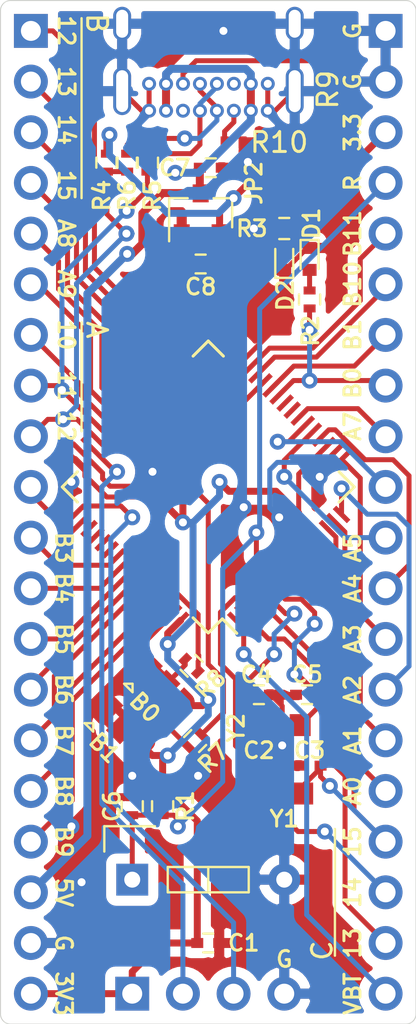
<source format=kicad_pcb>
(kicad_pcb (version 20171130) (host pcbnew 5.1.2)
  (layers (0 F.Cu signal hide) (31 B.Cu signal hide) (34 B.Paste user) (35 F.Paste user) (36 B.SilkS user) (37 F.SilkS user) (38 B.Mask user) (39 F.Mask user) (44 Edge.Cuts user))
  (net 0 "")
  (net 1 +3V3)
  (net 2 GND)
  (net 3 PC14)
  (net 4 PC15)
  (net 5 PD0)
  (net 6 PD1)
  (net 7 NRST)
  (net 8 +5V)
  (net 9 "Net-(D1-Pad2)")
  (net 10 "Net-(D2-Pad2)")
  (net 11 PB12)
  (net 12 PB13)
  (net 13 PB14)
  (net 14 PB15)
  (net 15 PA8)
  (net 16 PA9)
  (net 17 PA10)
  (net 18 PA11)
  (net 19 PA12)
  (net 20 PA15)
  (net 21 PB3)
  (net 22 PB4)
  (net 23 PB5)
  (net 24 PB6)
  (net 25 PB7)
  (net 26 PB8)
  (net 27 PB9)
  (net 28 VBAT)
  (net 29 PC13)
  (net 30 PA0)
  (net 31 PA1)
  (net 32 PA2)
  (net 33 PA3)
  (net 34 PA4)
  (net 35 PA5)
  (net 36 PA6)
  (net 37 PA7)
  (net 38 PB0)
  (net 39 PB1)
  (net 40 PB10)
  (net 41 PB11)
  (net 42 DIO)
  (net 43 DCLK)
  (net 44 "Net-(JP2-Pad2)")
  (net 45 USB_DP)
  (net 46 USB_DM)
  (net 47 BOOT1)
  (net 48 BOOT0)
  (net 49 "Net-(U1-Pad52)")
  (net 50 "Net-(U1-Pad51)")
  (net 51 "Net-(U1-Pad40)")
  (net 52 "Net-(U1-Pad39)")
  (net 53 "Net-(U1-Pad38)")
  (net 54 "Net-(U1-Pad37)")
  (net 55 "Net-(U1-Pad25)")
  (net 56 "Net-(U1-Pad24)")
  (net 57 "Net-(U1-Pad11)")
  (net 58 "Net-(U1-Pad10)")
  (net 59 "Net-(U1-Pad9)")
  (net 60 "Net-(U1-Pad8)")
  (net 61 "Net-(U1-Pad54)")
  (net 62 "Net-(U1-Pad53)")
  (net 63 "Net-(B0-Pad2)")
  (net 64 "Net-(B1-Pad2)")
  (net 65 "Net-(J7-PadB5)")
  (net 66 "Net-(J7-PadB8)")
  (net 67 "Net-(J7-PadA8)")
  (net 68 "Net-(J7-PadA5)")
  (module Resistors_SMD:R_0402_NoSilk (layer F.Cu) (at 182.499 13.843 90)
    (fp_text reference R9 (at -1.8034 0.0254 90) (layer F.SilkS))
    (fp_text value 5.1k)
    (pad 1 smd rect (at -0.45 0 90) (size 0.4 0.6) (layers F.Cu F.Paste F.Mask) (net 65 "Net-(J7-PadB5)"))
    (pad 2 smd rect (at 0.45 0 90) (size 0.4 0.6) (layers F.Cu F.Paste F.Mask) (net 2 GND))
  )
  (module Capacitors_SMD:C_0402 (layer F.Cu) (at 181.483 45.974)
    (fp_text reference C5 (at 0 -1.016) (layer F.SilkS) (effects (font (size 0.8 0.8))))
    (fp_text value 12p)
    (pad 2 smd rect (at 0.55 0) (size 0.6 0.5) (layers F.Cu F.Paste F.Mask) (net 6 PD1))
    (pad 1 smd rect (at -0.55 0) (size 0.6 0.5) (layers F.Cu F.Paste F.Mask) (net 2 GND))
  )
  (module Connectors_USB:USB_C_Receptacle_GCT_USB4085 (layer F.Cu) (at 179.5145 16.7005 180)
    (fp_text reference J7 hide)
    (fp_text value USB_C_Receptacle_USB2.0)
    (pad A1 thru_hole circle (at 0 0 180) (size 0.7 0.7) (drill 0.4) (layers *.Cu *.Mask) (net 2 GND))
    (pad A4 thru_hole circle (at 0.85 0 180) (size 0.7 0.7) (drill 0.4) (layers *.Cu *.Mask) (net 8 +5V))
    (pad A5 thru_hole circle (at 1.7 0 180) (size 0.7 0.7) (drill 0.4) (layers *.Cu *.Mask) (net 68 "Net-(J7-PadA5)"))
    (pad A6 thru_hole circle (at 2.55 0 180) (size 0.7 0.7) (drill 0.4) (layers *.Cu *.Mask) (net 45 USB_DP))
    (pad A7 thru_hole circle (at 3.4 0 180) (size 0.7 0.7) (drill 0.4) (layers *.Cu *.Mask) (net 46 USB_DM))
    (pad A8 thru_hole circle (at 4.25 0 180) (size 0.7 0.7) (drill 0.4) (layers *.Cu *.Mask) (net 67 "Net-(J7-PadA8)"))
    (pad A9 thru_hole circle (at 5.1 0 180) (size 0.7 0.7) (drill 0.4) (layers *.Cu *.Mask) (net 8 +5V))
    (pad A12 thru_hole circle (at 5.95 0 180) (size 0.7 0.7) (drill 0.4) (layers *.Cu *.Mask) (net 2 GND))
    (pad B9 thru_hole circle (at 0.85 1.35 180) (size 0.7 0.7) (drill 0.4) (layers *.Cu *.Mask) (net 8 +5V))
    (pad B7 thru_hole circle (at 2.55 1.35 180) (size 0.7 0.7) (drill 0.4) (layers *.Cu *.Mask) (net 46 USB_DM))
    (pad B8 thru_hole circle (at 1.7 1.35 180) (size 0.7 0.7) (drill 0.4) (layers *.Cu *.Mask) (net 66 "Net-(J7-PadB8)"))
    (pad B12 thru_hole circle (at 0 1.35 180) (size 0.7 0.7) (drill 0.4) (layers *.Cu *.Mask) (net 2 GND))
    (pad B5 thru_hole circle (at 4.25 1.35 180) (size 0.7 0.7) (drill 0.4) (layers *.Cu *.Mask) (net 65 "Net-(J7-PadB5)"))
    (pad B4 thru_hole circle (at 5.1 1.35 180) (size 0.7 0.7) (drill 0.4) (layers *.Cu *.Mask) (net 8 +5V))
    (pad B1 thru_hole circle (at 5.95 1.35 180) (size 0.7 0.7) (drill 0.4) (layers *.Cu *.Mask) (net 2 GND))
    (pad B6 thru_hole circle (at 3.4 1.35 180) (size 0.7 0.7) (drill 0.4) (layers *.Cu *.Mask) (net 45 USB_DP))
    (pad S1 thru_hole oval (at -1.35 0.98 180) (size 0.9 2.4) (drill oval 0.6 2.1) (layers *.Cu *.Mask) (net 2 GND))
    (pad S1 thru_hole oval (at 7.3 0.98 180) (size 0.9 2.4) (drill oval 0.6 2.1) (layers *.Cu *.Mask) (net 2 GND))
    (pad S1 thru_hole oval (at -1.35 4.36 180) (size 0.9 1.7) (drill oval 0.6 1.4) (layers *.Cu *.Mask) (net 2 GND))
    (pad S1 thru_hole oval (at 7.3 4.36 180) (size 0.9 1.7) (drill oval 0.6 1.4) (layers *.Cu *.Mask) (net 2 GND))
  )
  (module Resistors_SMD:R_0402_NoSilk (layer F.Cu) (at 177.8 18.288)
    (fp_text reference R10 (at 2.286 0) (layer F.SilkS))
    (fp_text value 5.1k)
    (pad 1 smd rect (at -0.45 0) (size 0.4 0.6) (layers F.Cu F.Paste F.Mask) (net 68 "Net-(J7-PadA5)"))
    (pad 2 smd rect (at 0.45 0) (size 0.4 0.6) (layers F.Cu F.Paste F.Mask) (net 2 GND))
  )
  (module Capacitors_SMD:C_0402 (layer F.Cu) (at 181.61 49.53)
    (fp_text reference C3 (at 0 -0.762) (layer F.SilkS) (effects (font (size 0.8 0.8))))
    (fp_text value 100p)
    (pad 1 smd rect (at -0.55 0) (size 0.6 0.5) (layers F.Cu F.Paste F.Mask) (net 2 GND))
    (pad 2 smd rect (at 0.55 0) (size 0.6 0.5) (layers F.Cu F.Paste F.Mask) (net 4 PC15))
  )
  (module Capacitors_SMD:C_0402 (layer F.Cu) (at 179.07 49.53)
    (fp_text reference C2 (at 0 -0.762 180) (layer F.SilkS) (effects (font (size 0.8 0.8))))
    (fp_text value 100p)
    (pad 2 smd rect (at 0.55 0) (size 0.6 0.5) (layers F.Cu F.Paste F.Mask) (net 2 GND))
    (pad 1 smd rect (at -0.55 0) (size 0.6 0.5) (layers F.Cu F.Paste F.Mask) (net 3 PC14))
  )
  (module Crystals:Crystal_SMD_2012-2pin_2.0x1.2mm_HandSoldering (layer F.Cu) (at 180.213 47.498)
    (fp_text reference Y2 (at -2.286 0.127 90) (layer F.SilkS) (effects (font (size 0.8 0.8))))
    (fp_text value 8M0)
    (pad 2 smd rect (at 0.925 0) (size 1.05 1.1) (layers F.Cu F.Paste F.Mask) (net 6 PD1))
    (pad 1 smd rect (at -0.925 0) (size 1.05 1.1) (layers F.Cu F.Paste F.Mask) (net 5 PD0))
  )
  (module Crystals:Crystal_SMD_2012-2pin_2.0x1.2mm_HandSoldering (layer F.Cu) (at 180.34 50.927)
    (fp_text reference Y1 (at 0 1.27) (layer F.SilkS) (effects (font (size 0.8 0.8))))
    (fp_text value 32k768)
    (pad 1 smd rect (at -0.925 0) (size 1.05 1.1) (layers F.Cu F.Paste F.Mask) (net 3 PC14))
    (pad 2 smd rect (at 0.925 0) (size 1.05 1.1) (layers F.Cu F.Paste F.Mask) (net 4 PC15))
  )
  (module Jumper:SolderJumper-2_P1.3mm_Open_RoundedPad1.0x1.5mm (layer F.Cu) (at 180.34 20.32 270)
    (fp_text reference JP2 (at 0 1.524 270) (layer F.SilkS) (effects (font (size 0.8 0.8))))
    (fp_text value SolderJumper_2_Bridged)
    (pad 2 smd custom (at 0.65 0 270) (size 1 0.5) (layers F.Cu F.Mask) (net 44 "Net-(JP2-Pad2)") (options (clearance outline) (anchor rect)) (primitives (gr_circle (center 0 0.25) (end 0.5 0.25) (width 0)) (gr_circle (center 0 -0.25) (end 0.5 -0.25) (width 0)) (gr_poly (pts (xy 0 -0.75) (xy -0.5 -0.75) (xy -0.5 0.75) (xy 0 0.75)) (width 0))))
    (pad 1 smd custom (at -0.65 0 270) (size 1 0.5) (layers F.Cu F.Mask) (net 1 +3V3) (options (clearance outline) (anchor rect)) (primitives (gr_circle (center 0 0.25) (end 0.5 0.25) (width 0)) (gr_circle (center 0 -0.25) (end 0.5 -0.25) (width 0)) (gr_poly (pts (xy 0 -0.75) (xy 0.5 -0.75) (xy 0.5 0.75) (xy 0 0.75)) (width 0))))
  )
  (module Jumper:SolderJumper-3_P1.3mm_Bridged2Bar12_RoundedPad1.0x1.5mm (layer F.Cu) (at 174.256764 45.602026 315)
    (fp_text reference B0 (at 0.074395 1.349682 315) (layer F.SilkS) (effects (font (size 0.8 0.8))))
    (fp_text value SolderJumper_3_Bridged12)
    (fp_poly (pts (xy -0.9 -0.6) (xy -0.4 -0.6) (xy -0.4 -0.2) (xy -0.9 -0.2)) (layer F.Cu) (width 0))
    (fp_poly (pts (xy -0.9 0.2) (xy -0.4 0.2) (xy -0.4 0.6) (xy -0.9 0.6)) (layer F.Cu) (width 0))
    (pad 3 smd custom (at 1.3 0 315) (size 1 0.5) (layers F.Cu F.Mask) (net 1 +3V3) (options (clearance outline) (anchor rect)) (primitives (gr_circle (center 0 0.25) (end 0.5 0.25) (width 0)) (gr_circle (center 0 -0.25) (end 0.5 -0.25) (width 0)) (gr_poly (pts (xy -0.55 -0.75) (xy 0 -0.75) (xy 0 0.75) (xy -0.55 0.75)) (width 0))))
    (pad 2 smd rect (at 0 0 315) (size 1 1.5) (layers F.Cu F.Mask) (net 63 "Net-(B0-Pad2)"))
    (pad 1 smd custom (at -1.3 0 315) (size 1 0.5) (layers F.Cu F.Mask) (net 2 GND) (options (clearance outline) (anchor rect)) (primitives (gr_circle (center 0 0.25) (end 0.5 0.25) (width 0)) (gr_circle (center 0 -0.25) (end 0.5 -0.25) (width 0)) (gr_poly (pts (xy 0.55 -0.75) (xy 0 -0.75) (xy 0 0.75) (xy 0.55 0.75)) (width 0))))
  )
  (module Jumper:SolderJumper-3_P1.3mm_Bridged2Bar12_RoundedPad1.0x1.5mm (layer F.Cu) (at 172.281108 47.577682 315)
    (fp_text reference B1 (at 0.074395 1.429364 315) (layer F.SilkS) (effects (font (size 0.8 0.8))))
    (fp_text value SolderJumper_3_Bridged12)
    (fp_poly (pts (xy -0.9 0.2) (xy -0.4 0.2) (xy -0.4 0.6) (xy -0.9 0.6)) (layer F.Cu) (width 0))
    (fp_poly (pts (xy -0.9 -0.6) (xy -0.4 -0.6) (xy -0.4 -0.2) (xy -0.9 -0.2)) (layer F.Cu) (width 0))
    (pad 1 smd custom (at -1.3 0 315) (size 1 0.5) (layers F.Cu F.Mask) (net 2 GND) (options (clearance outline) (anchor rect)) (primitives (gr_circle (center 0 0.25) (end 0.5 0.25) (width 0)) (gr_circle (center 0 -0.25) (end 0.5 -0.25) (width 0)) (gr_poly (pts (xy 0.55 -0.75) (xy 0 -0.75) (xy 0 0.75) (xy 0.55 0.75)) (width 0))))
    (pad 2 smd rect (at 0 0 315) (size 1 1.5) (layers F.Cu F.Mask) (net 64 "Net-(B1-Pad2)"))
    (pad 3 smd custom (at 1.3 0 315) (size 1 0.5) (layers F.Cu F.Mask) (net 1 +3V3) (options (clearance outline) (anchor rect)) (primitives (gr_circle (center 0 0.25) (end 0.5 0.25) (width 0)) (gr_circle (center 0 -0.25) (end 0.5 -0.25) (width 0)) (gr_poly (pts (xy -0.55 -0.75) (xy 0 -0.75) (xy 0 0.75) (xy -0.55 0.75)) (width 0))))
  )
  (module Pin_Headers:Pin_Header_Straight_1x04_Pitch2.54mm (layer F.Cu) (at 172.72 60.96 90)
    (fp_text reference J6 hide)
    (fp_text value Conn_01x04_Male)
    (pad 1 thru_hole rect (at 0 0 90) (size 1.7 1.7) (drill 1) (layers *.Cu *.Mask) (net 1 +3V3))
    (pad 2 thru_hole oval (at 0 2.54 90) (size 1.7 1.7) (drill 1) (layers *.Cu *.Mask) (net 42 DIO))
    (pad 3 thru_hole oval (at 0 5.08 90) (size 1.7 1.7) (drill 1) (layers *.Cu *.Mask) (net 43 DCLK))
    (pad 4 thru_hole oval (at 0 7.62 90) (size 1.7 1.7) (drill 1) (layers *.Cu *.Mask) (net 2 GND))
  )
  (module Buttons_Switches_ThroughHole:SW_DIP_x1_W7.62mm_Slide (layer F.Cu) (at 172.72 55.245)
    (fp_text reference SW1 hide)
    (fp_text value SW_Push)
    (pad 2 thru_hole oval (at 7.62 0) (size 1.6 1.6) (drill 0.8) (layers *.Cu *.Mask) (net 2 GND))
    (pad 1 thru_hole rect (at 0 0) (size 1.6 1.6) (drill 0.8) (layers *.Cu *.Mask) (net 7 NRST))
  )
  (module Pin_Headers:Pin_Header_Straight_1x20_Pitch2.54mm (layer F.Cu) (at 167.64 12.7)
    (fp_text reference J1 hide)
    (fp_text value Conn_01x20)
    (pad 1 thru_hole rect (at 0 0) (size 1.7 1.7) (drill 1) (layers *.Cu *.Mask) (net 11 PB12))
    (pad 2 thru_hole oval (at 0 2.54) (size 1.7 1.7) (drill 1) (layers *.Cu *.Mask) (net 12 PB13))
    (pad 3 thru_hole oval (at 0 5.08) (size 1.7 1.7) (drill 1) (layers *.Cu *.Mask) (net 13 PB14))
    (pad 4 thru_hole oval (at 0 7.62) (size 1.7 1.7) (drill 1) (layers *.Cu *.Mask) (net 14 PB15))
    (pad 5 thru_hole oval (at 0 10.16) (size 1.7 1.7) (drill 1) (layers *.Cu *.Mask) (net 15 PA8))
    (pad 6 thru_hole oval (at 0 12.7) (size 1.7 1.7) (drill 1) (layers *.Cu *.Mask) (net 16 PA9))
    (pad 7 thru_hole oval (at 0 15.24) (size 1.7 1.7) (drill 1) (layers *.Cu *.Mask) (net 17 PA10))
    (pad 8 thru_hole oval (at 0 17.78) (size 1.7 1.7) (drill 1) (layers *.Cu *.Mask) (net 18 PA11))
    (pad 9 thru_hole oval (at 0 20.32) (size 1.7 1.7) (drill 1) (layers *.Cu *.Mask) (net 19 PA12))
    (pad 10 thru_hole oval (at 0 22.86) (size 1.7 1.7) (drill 1) (layers *.Cu *.Mask) (net 20 PA15))
    (pad 11 thru_hole oval (at 0 25.4) (size 1.7 1.7) (drill 1) (layers *.Cu *.Mask) (net 21 PB3))
    (pad 12 thru_hole oval (at 0 27.94) (size 1.7 1.7) (drill 1) (layers *.Cu *.Mask) (net 22 PB4))
    (pad 13 thru_hole oval (at 0 30.48) (size 1.7 1.7) (drill 1) (layers *.Cu *.Mask) (net 23 PB5))
    (pad 14 thru_hole oval (at 0 33.02) (size 1.7 1.7) (drill 1) (layers *.Cu *.Mask) (net 24 PB6))
    (pad 15 thru_hole oval (at 0 35.56) (size 1.7 1.7) (drill 1) (layers *.Cu *.Mask) (net 25 PB7))
    (pad 16 thru_hole oval (at 0 38.1) (size 1.7 1.7) (drill 1) (layers *.Cu *.Mask) (net 26 PB8))
    (pad 17 thru_hole oval (at 0 40.64) (size 1.7 1.7) (drill 1) (layers *.Cu *.Mask) (net 27 PB9))
    (pad 18 thru_hole oval (at 0 43.18) (size 1.7 1.7) (drill 1) (layers *.Cu *.Mask) (net 8 +5V))
    (pad 19 thru_hole oval (at 0 45.72) (size 1.7 1.7) (drill 1) (layers *.Cu *.Mask) (net 2 GND))
    (pad 20 thru_hole oval (at 0 48.26) (size 1.7 1.7) (drill 1) (layers *.Cu *.Mask) (net 1 +3V3))
  )
  (module Pin_Headers:Pin_Header_Straight_1x20_Pitch2.54mm (layer F.Cu) (at 185.42 12.7)
    (fp_text reference J4 hide)
    (fp_text value Conn_01x20)
    (pad 20 thru_hole oval (at 0 48.26) (size 1.7 1.7) (drill 1) (layers *.Cu *.Mask) (net 28 VBAT))
    (pad 19 thru_hole oval (at 0 45.72) (size 1.7 1.7) (drill 1) (layers *.Cu *.Mask) (net 29 PC13))
    (pad 18 thru_hole oval (at 0 43.18) (size 1.7 1.7) (drill 1) (layers *.Cu *.Mask) (net 3 PC14))
    (pad 17 thru_hole oval (at 0 40.64) (size 1.7 1.7) (drill 1) (layers *.Cu *.Mask) (net 4 PC15))
    (pad 16 thru_hole oval (at 0 38.1) (size 1.7 1.7) (drill 1) (layers *.Cu *.Mask) (net 30 PA0))
    (pad 15 thru_hole oval (at 0 35.56) (size 1.7 1.7) (drill 1) (layers *.Cu *.Mask) (net 31 PA1))
    (pad 14 thru_hole oval (at 0 33.02) (size 1.7 1.7) (drill 1) (layers *.Cu *.Mask) (net 32 PA2))
    (pad 13 thru_hole oval (at 0 30.48) (size 1.7 1.7) (drill 1) (layers *.Cu *.Mask) (net 33 PA3))
    (pad 12 thru_hole oval (at 0 27.94) (size 1.7 1.7) (drill 1) (layers *.Cu *.Mask) (net 34 PA4))
    (pad 11 thru_hole oval (at 0 25.4) (size 1.7 1.7) (drill 1) (layers *.Cu *.Mask) (net 35 PA5))
    (pad 10 thru_hole oval (at 0 22.86) (size 1.7 1.7) (drill 1) (layers *.Cu *.Mask) (net 36 PA6))
    (pad 9 thru_hole oval (at 0 20.32) (size 1.7 1.7) (drill 1) (layers *.Cu *.Mask) (net 37 PA7))
    (pad 8 thru_hole oval (at 0 17.78) (size 1.7 1.7) (drill 1) (layers *.Cu *.Mask) (net 38 PB0))
    (pad 7 thru_hole oval (at 0 15.24) (size 1.7 1.7) (drill 1) (layers *.Cu *.Mask) (net 39 PB1))
    (pad 6 thru_hole oval (at 0 12.7) (size 1.7 1.7) (drill 1) (layers *.Cu *.Mask) (net 40 PB10))
    (pad 5 thru_hole oval (at 0 10.16) (size 1.7 1.7) (drill 1) (layers *.Cu *.Mask) (net 41 PB11))
    (pad 4 thru_hole oval (at 0 7.62) (size 1.7 1.7) (drill 1) (layers *.Cu *.Mask) (net 7 NRST))
    (pad 3 thru_hole oval (at 0 5.08) (size 1.7 1.7) (drill 1) (layers *.Cu *.Mask) (net 1 +3V3))
    (pad 2 thru_hole oval (at 0 2.54) (size 1.7 1.7) (drill 1) (layers *.Cu *.Mask) (net 2 GND))
    (pad 1 thru_hole rect (at 0 0) (size 1.7 1.7) (drill 1) (layers *.Cu *.Mask) (net 2 GND))
  )
  (module Capacitors_SMD:C_0402 (layer F.Cu) (at 176.53 58.42)
    (fp_text reference C1 (at 1.778 0) (layer F.SilkS) (effects (font (size 0.8 0.8))))
    (fp_text value C)
    (pad 1 smd rect (at -0.55 0) (size 0.6 0.5) (layers F.Cu F.Paste F.Mask) (net 1 +3V3))
    (pad 2 smd rect (at 0.55 0) (size 0.6 0.5) (layers F.Cu F.Paste F.Mask) (net 2 GND))
  )
  (module Capacitors_SMD:C_0402 (layer F.Cu) (at 179.07 45.974)
    (fp_text reference C4 (at -0.127 -1.016) (layer F.SilkS) (effects (font (size 0.8 0.8))))
    (fp_text value 12p)
    (pad 1 smd rect (at -0.55 0) (size 0.6 0.5) (layers F.Cu F.Paste F.Mask) (net 5 PD0))
    (pad 2 smd rect (at 0.55 0) (size 0.6 0.5) (layers F.Cu F.Paste F.Mask) (net 2 GND))
  )
  (module Resistors_SMD:R_0402 (layer F.Cu) (at 172.72 51.562 270)
    (fp_text reference C6 (at 0 1.016 90) (layer F.SilkS) (effects (font (size 0.8 0.8))))
    (fp_text value 100n)
    (pad 2 smd rect (at 0.45 0 270) (size 0.4 0.6) (layers F.Cu F.Paste F.Mask) (net 7 NRST))
    (pad 1 smd rect (at -0.45 0 270) (size 0.4 0.6) (layers F.Cu F.Paste F.Mask) (net 2 GND))
  )
  (module Capacitors_SMD:C_0402 (layer F.Cu) (at 176.657 19.558)
    (fp_text reference C7 (at -1.8034 0) (layer F.SilkS) (effects (font (size 0.8 0.8))))
    (fp_text value 10uF1)
    (pad 2 smd rect (at 0.55 0) (size 0.6 0.5) (layers F.Cu F.Paste F.Mask) (net 2 GND))
    (pad 1 smd rect (at -0.55 0) (size 0.6 0.5) (layers F.Cu F.Paste F.Mask) (net 8 +5V))
  )
  (module Capacitors_SMD:C_0402 (layer F.Cu) (at 176.149 24.384 180)
    (fp_text reference C8 (at 0 -1.143) (layer F.SilkS) (effects (font (size 0.8 0.8))))
    (fp_text value 10uF2)
    (pad 2 smd rect (at 0.55 0 180) (size 0.6 0.5) (layers F.Cu F.Paste F.Mask) (net 2 GND))
    (pad 1 smd rect (at -0.55 0 180) (size 0.6 0.5) (layers F.Cu F.Paste F.Mask) (net 1 +3V3))
  )
  (module LEDs:LED_0402 (layer F.Cu) (at 181.61 24.13 270)
    (fp_text reference D1 (at -1.778 -0.1016 270) (layer F.SilkS) (effects (font (size 0.8 0.8))))
    (fp_text value LED_green)
    (pad 1 smd rect (at -0.55 0 90) (size 0.6 0.7) (layers F.Cu F.Paste F.Mask) (net 2 GND))
    (pad 2 smd rect (at 0.55 0 90) (size 0.6 0.7) (layers F.Cu F.Paste F.Mask) (net 9 "Net-(D1-Pad2)"))
  )
  (module LEDs:LED_0402 (layer F.Cu) (at 180.34 24.13 90)
    (fp_text reference D2 (at -1.8288 0.0508 90) (layer F.SilkS) (effects (font (size 0.8 0.8))))
    (fp_text value LED_red)
    (pad 2 smd rect (at 0.55 0 270) (size 0.6 0.7) (layers F.Cu F.Paste F.Mask) (net 10 "Net-(D2-Pad2)"))
    (pad 1 smd rect (at -0.55 0 270) (size 0.6 0.7) (layers F.Cu F.Paste F.Mask) (net 2 GND))
  )
  (module Resistors_SMD:R_0402 (layer F.Cu) (at 174.244 51.562 90)
    (fp_text reference R1 (at 0 1.143 90) (layer F.SilkS) (effects (font (size 0.8 0.8))))
    (fp_text value 10k)
    (pad 1 smd rect (at -0.45 0 90) (size 0.4 0.6) (layers F.Cu F.Paste F.Mask) (net 7 NRST))
    (pad 2 smd rect (at 0.45 0 90) (size 0.4 0.6) (layers F.Cu F.Paste F.Mask) (net 1 +3V3))
  )
  (module Resistors_SMD:R_0402 (layer F.Cu) (at 181.61 26.162 90)
    (fp_text reference R2 (at -1.5748 0.0508 90) (layer F.SilkS) (effects (font (size 0.8 0.8))))
    (fp_text value 670)
    (pad 2 smd rect (at 0.45 0 90) (size 0.4 0.6) (layers F.Cu F.Paste F.Mask) (net 9 "Net-(D1-Pad2)"))
    (pad 1 smd rect (at -0.45 0 90) (size 0.4 0.6) (layers F.Cu F.Paste F.Mask) (net 38 PB0))
  )
  (module Resistors_SMD:R_0402 (layer F.Cu) (at 180.34 22.606)
    (fp_text reference R3 (at -1.6256 0) (layer F.SilkS) (effects (font (size 0.8 0.8))))
    (fp_text value 670)
    (pad 1 smd rect (at -0.45 0) (size 0.4 0.6) (layers F.Cu F.Paste F.Mask) (net 44 "Net-(JP2-Pad2)"))
    (pad 2 smd rect (at 0.45 0) (size 0.4 0.6) (layers F.Cu F.Paste F.Mask) (net 10 "Net-(D2-Pad2)"))
  )
  (module Resistors_SMD:R_0402 (layer F.Cu) (at 171.45 19.304 90)
    (fp_text reference R4 (at -1.651 -0.254 90) (layer F.SilkS) (effects (font (size 0.8 0.8))))
    (fp_text value 1.5k)
    (pad 2 smd rect (at 0.45 0 90) (size 0.4 0.6) (layers F.Cu F.Paste F.Mask) (net 1 +3V3))
    (pad 1 smd rect (at -0.45 0 90) (size 0.4 0.6) (layers F.Cu F.Paste F.Mask) (net 19 PA12))
  )
  (module Resistors_SMD:R_0402 (layer F.Cu) (at 173.482 19.304 270)
    (fp_text reference R5 (at 1.651 -0.254 90) (layer F.SilkS) (effects (font (size 0.8 0.8))))
    (fp_text value 22R)
    (pad 2 smd rect (at 0.45 0 270) (size 0.4 0.6) (layers F.Cu F.Paste F.Mask) (net 18 PA11))
    (pad 1 smd rect (at -0.45 0 270) (size 0.4 0.6) (layers F.Cu F.Paste F.Mask) (net 46 USB_DM))
  )
  (module Resistors_SMD:R_0402 (layer F.Cu) (at 172.466 19.304 270)
    (fp_text reference R6 (at 1.651 0 90) (layer F.SilkS) (effects (font (size 0.8 0.8))))
    (fp_text value 22R)
    (pad 1 smd rect (at -0.45 0 270) (size 0.4 0.6) (layers F.Cu F.Paste F.Mask) (net 45 USB_DP))
    (pad 2 smd rect (at 0.45 0 270) (size 0.4 0.6) (layers F.Cu F.Paste F.Mask) (net 19 PA12))
  )
  (module Resistors_SMD:R_0402 (layer F.Cu) (at 175.87321 48.296102 45)
    (fp_text reference R7 (at 0.040936 1.247116 225) (layer F.SilkS) (effects (font (size 0.8 0.8))))
    (fp_text value 100k)
    (pad 2 smd rect (at 0.45 0 45) (size 0.4 0.6) (layers F.Cu F.Paste F.Mask) (net 47 BOOT1))
    (pad 1 smd rect (at -0.45 0 45) (size 0.4 0.6) (layers F.Cu F.Paste F.Mask) (net 64 "Net-(B1-Pad2)"))
  )
  (module Resistors_SMD:R_0402 (layer F.Cu) (at 175.693605 44.524395 315)
    (fp_text reference R8 (at 1.347038 -0.015408 45) (layer F.SilkS) (effects (font (size 0.8 0.8))))
    (fp_text value 100k)
    (pad 1 smd rect (at -0.45 0 315) (size 0.4 0.6) (layers F.Cu F.Paste F.Mask) (net 63 "Net-(B0-Pad2)"))
    (pad 2 smd rect (at 0.45 0 315) (size 0.4 0.6) (layers F.Cu F.Paste F.Mask) (net 48 BOOT0))
  )
  (module Housings_QFP:LQFP-64_10x10mm_Pitch0.5mm (layer F.Cu) (at 176.53 35.56 135)
    (fp_text reference U1 hide)
    (fp_text value STM32F103RGTx)
    (pad 64 smd rect (at -3.75 -5.7 225) (size 1 0.25) (layers F.Cu F.Paste F.Mask) (net 1 +3V3))
    (pad 63 smd rect (at -3.25 -5.7 225) (size 1 0.25) (layers F.Cu F.Paste F.Mask) (net 2 GND))
    (pad 62 smd rect (at -2.75 -5.7 225) (size 1 0.25) (layers F.Cu F.Paste F.Mask) (net 27 PB9))
    (pad 61 smd rect (at -2.25 -5.7 225) (size 1 0.25) (layers F.Cu F.Paste F.Mask) (net 26 PB8))
    (pad 60 smd rect (at -1.75 -5.7 225) (size 1 0.25) (layers F.Cu F.Paste F.Mask) (net 48 BOOT0))
    (pad 59 smd rect (at -1.25 -5.7 225) (size 1 0.25) (layers F.Cu F.Paste F.Mask) (net 25 PB7))
    (pad 58 smd rect (at -0.75 -5.7 225) (size 1 0.25) (layers F.Cu F.Paste F.Mask) (net 24 PB6))
    (pad 57 smd rect (at -0.25 -5.7 225) (size 1 0.25) (layers F.Cu F.Paste F.Mask) (net 23 PB5))
    (pad 56 smd rect (at 0.25 -5.7 225) (size 1 0.25) (layers F.Cu F.Paste F.Mask) (net 22 PB4))
    (pad 55 smd rect (at 0.75 -5.7 225) (size 1 0.25) (layers F.Cu F.Paste F.Mask) (net 21 PB3))
    (pad 54 smd rect (at 1.25 -5.7 225) (size 1 0.25) (layers F.Cu F.Paste F.Mask) (net 61 "Net-(U1-Pad54)"))
    (pad 53 smd rect (at 1.75 -5.7 225) (size 1 0.25) (layers F.Cu F.Paste F.Mask) (net 62 "Net-(U1-Pad53)"))
    (pad 52 smd rect (at 2.25 -5.7 225) (size 1 0.25) (layers F.Cu F.Paste F.Mask) (net 49 "Net-(U1-Pad52)"))
    (pad 51 smd rect (at 2.75 -5.7 225) (size 1 0.25) (layers F.Cu F.Paste F.Mask) (net 50 "Net-(U1-Pad51)"))
    (pad 50 smd rect (at 3.25 -5.7 225) (size 1 0.25) (layers F.Cu F.Paste F.Mask) (net 20 PA15))
    (pad 49 smd rect (at 3.75 -5.7 225) (size 1 0.25) (layers F.Cu F.Paste F.Mask) (net 43 DCLK))
    (pad 48 smd rect (at 5.7 -3.75 135) (size 1 0.25) (layers F.Cu F.Paste F.Mask) (net 1 +3V3))
    (pad 47 smd rect (at 5.7 -3.25 135) (size 1 0.25) (layers F.Cu F.Paste F.Mask) (net 2 GND))
    (pad 46 smd rect (at 5.7 -2.75 135) (size 1 0.25) (layers F.Cu F.Paste F.Mask) (net 42 DIO))
    (pad 45 smd rect (at 5.7 -2.25 135) (size 1 0.25) (layers F.Cu F.Paste F.Mask) (net 19 PA12))
    (pad 44 smd rect (at 5.7 -1.75 135) (size 1 0.25) (layers F.Cu F.Paste F.Mask) (net 18 PA11))
    (pad 43 smd rect (at 5.7 -1.25 135) (size 1 0.25) (layers F.Cu F.Paste F.Mask) (net 17 PA10))
    (pad 42 smd rect (at 5.7 -0.75 135) (size 1 0.25) (layers F.Cu F.Paste F.Mask) (net 16 PA9))
    (pad 41 smd rect (at 5.7 -0.25 135) (size 1 0.25) (layers F.Cu F.Paste F.Mask) (net 15 PA8))
    (pad 40 smd rect (at 5.7 0.25 135) (size 1 0.25) (layers F.Cu F.Paste F.Mask) (net 51 "Net-(U1-Pad40)"))
    (pad 39 smd rect (at 5.7 0.75 135) (size 1 0.25) (layers F.Cu F.Paste F.Mask) (net 52 "Net-(U1-Pad39)"))
    (pad 38 smd rect (at 5.7 1.25 135) (size 1 0.25) (layers F.Cu F.Paste F.Mask) (net 53 "Net-(U1-Pad38)"))
    (pad 37 smd rect (at 5.7 1.75 135) (size 1 0.25) (layers F.Cu F.Paste F.Mask) (net 54 "Net-(U1-Pad37)"))
    (pad 36 smd rect (at 5.7 2.25 135) (size 1 0.25) (layers F.Cu F.Paste F.Mask) (net 14 PB15))
    (pad 35 smd rect (at 5.7 2.75 135) (size 1 0.25) (layers F.Cu F.Paste F.Mask) (net 13 PB14))
    (pad 34 smd rect (at 5.7 3.25 135) (size 1 0.25) (layers F.Cu F.Paste F.Mask) (net 12 PB13))
    (pad 33 smd rect (at 5.7 3.75 135) (size 1 0.25) (layers F.Cu F.Paste F.Mask) (net 11 PB12))
    (pad 32 smd rect (at 3.75 5.7 225) (size 1 0.25) (layers F.Cu F.Paste F.Mask) (net 1 +3V3))
    (pad 31 smd rect (at 3.25 5.7 225) (size 1 0.25) (layers F.Cu F.Paste F.Mask) (net 2 GND))
    (pad 30 smd rect (at 2.75 5.7 225) (size 1 0.25) (layers F.Cu F.Paste F.Mask) (net 41 PB11))
    (pad 29 smd rect (at 2.25 5.7 225) (size 1 0.25) (layers F.Cu F.Paste F.Mask) (net 40 PB10))
    (pad 28 smd rect (at 1.75 5.7 225) (size 1 0.25) (layers F.Cu F.Paste F.Mask) (net 47 BOOT1))
    (pad 27 smd rect (at 1.25 5.7 225) (size 1 0.25) (layers F.Cu F.Paste F.Mask) (net 39 PB1))
    (pad 26 smd rect (at 0.75 5.7 225) (size 1 0.25) (layers F.Cu F.Paste F.Mask) (net 38 PB0))
    (pad 25 smd rect (at 0.25 5.7 225) (size 1 0.25) (layers F.Cu F.Paste F.Mask) (net 55 "Net-(U1-Pad25)"))
    (pad 24 smd rect (at -0.25 5.7 225) (size 1 0.25) (layers F.Cu F.Paste F.Mask) (net 56 "Net-(U1-Pad24)"))
    (pad 23 smd rect (at -0.75 5.7 225) (size 1 0.25) (layers F.Cu F.Paste F.Mask) (net 37 PA7))
    (pad 22 smd rect (at -1.25 5.7 225) (size 1 0.25) (layers F.Cu F.Paste F.Mask) (net 36 PA6))
    (pad 21 smd rect (at -1.75 5.7 225) (size 1 0.25) (layers F.Cu F.Paste F.Mask) (net 35 PA5))
    (pad 20 smd rect (at -2.25 5.7 225) (size 1 0.25) (layers F.Cu F.Paste F.Mask) (net 34 PA4))
    (pad 19 smd rect (at -2.75 5.7 225) (size 1 0.25) (layers F.Cu F.Paste F.Mask) (net 1 +3V3))
    (pad 18 smd rect (at -3.25 5.7 225) (size 1 0.25) (layers F.Cu F.Paste F.Mask) (net 2 GND))
    (pad 17 smd rect (at -3.75 5.7 225) (size 1 0.25) (layers F.Cu F.Paste F.Mask) (net 33 PA3))
    (pad 16 smd rect (at -5.7 3.75 135) (size 1 0.25) (layers F.Cu F.Paste F.Mask) (net 32 PA2))
    (pad 15 smd rect (at -5.7 3.25 135) (size 1 0.25) (layers F.Cu F.Paste F.Mask) (net 31 PA1))
    (pad 14 smd rect (at -5.7 2.75 135) (size 1 0.25) (layers F.Cu F.Paste F.Mask) (net 30 PA0))
    (pad 13 smd rect (at -5.7 2.25 135) (size 1 0.25) (layers F.Cu F.Paste F.Mask) (net 1 +3V3))
    (pad 12 smd rect (at -5.7 1.75 135) (size 1 0.25) (layers F.Cu F.Paste F.Mask) (net 2 GND))
    (pad 11 smd rect (at -5.7 1.25 135) (size 1 0.25) (layers F.Cu F.Paste F.Mask) (net 57 "Net-(U1-Pad11)"))
    (pad 10 smd rect (at -5.7 0.75 135) (size 1 0.25) (layers F.Cu F.Paste F.Mask) (net 58 "Net-(U1-Pad10)"))
    (pad 9 smd rect (at -5.7 0.25 135) (size 1 0.25) (layers F.Cu F.Paste F.Mask) (net 59 "Net-(U1-Pad9)"))
    (pad 8 smd rect (at -5.7 -0.25 135) (size 1 0.25) (layers F.Cu F.Paste F.Mask) (net 60 "Net-(U1-Pad8)"))
    (pad 7 smd rect (at -5.7 -0.75 135) (size 1 0.25) (layers F.Cu F.Paste F.Mask) (net 7 NRST))
    (pad 6 smd rect (at -5.7 -1.25 135) (size 1 0.25) (layers F.Cu F.Paste F.Mask) (net 6 PD1))
    (pad 5 smd rect (at -5.7 -1.75 135) (size 1 0.25) (layers F.Cu F.Paste F.Mask) (net 5 PD0))
    (pad 4 smd rect (at -5.7 -2.25 135) (size 1 0.25) (layers F.Cu F.Paste F.Mask) (net 4 PC15))
    (pad 3 smd rect (at -5.7 -2.75 135) (size 1 0.25) (layers F.Cu F.Paste F.Mask) (net 3 PC14))
    (pad 2 smd rect (at -5.7 -3.25 135) (size 1 0.25) (layers F.Cu F.Paste F.Mask) (net 29 PC13))
    (pad 1 smd rect (at -5.7 -3.75 135) (size 1 0.25) (layers F.Cu F.Paste F.Mask) (net 28 VBAT))
  )
  (module TO_SOT_Packages_SMD:SOT-23 (layer F.Cu) (at 176.149 21.844 90)
    (fp_text reference U2 hide)
    (fp_text value LM1117-3.3)
    (pad 3 smd rect (at 1 0 90) (size 0.9 0.8) (layers F.Cu F.Paste F.Mask) (net 8 +5V))
    (pad 2 smd rect (at -1 0.95 90) (size 0.9 0.8) (layers F.Cu F.Paste F.Mask) (net 1 +3V3))
    (pad 1 smd rect (at -1 -0.95 90) (size 0.9 0.8) (layers F.Cu F.Paste F.Mask) (net 2 GND))
  )
  (gr_text "G\n" (at 180.34 59.2328) (layer F.SilkS) (effects (font (size 0.8 0.8))))
  (gr_line (start 186.436 62.484) (end 166.624 62.484) (layer Edge.Cuts) (width 0.05))
  (gr_line (start 186.944 11.684) (end 186.944 61.976) (layer Edge.Cuts) (width 0.05))
  (gr_line (start 166.624 11.176) (end 186.436 11.176) (layer Edge.Cuts) (width 0.05))
  (gr_line (start 166.116 61.976) (end 166.116 11.684) (layer Edge.Cuts) (width 0.05))
  (gr_arc (start 166.624 61.976) (end 166.116 61.976) (angle -90) (layer Edge.Cuts) (width 0.05))
  (gr_arc (start 186.436 61.976) (end 186.436 62.484) (angle -90) (layer Edge.Cuts) (width 0.05))
  (gr_arc (start 186.436 11.684) (end 186.944 11.684) (angle -90) (layer Edge.Cuts) (width 0.05))
  (gr_arc (start 166.624 11.684) (end 166.624 11.176) (angle -90) (layer Edge.Cuts) (width 0.05))
  (gr_text C (at 182.245 58.801 90) (layer F.SilkS) (effects (font (size 1 1))))
  (gr_line (start 182.88 59.055) (end 182.88 52.705) (layer F.SilkS) (width 0.12))
  (gr_text B (at 170.942 12.319 -90) (layer F.SilkS) (effects (font (size 1 1))))
  (gr_line (start 170.18 21.082) (end 170.18 12.065) (layer F.SilkS) (width 0.12))
  (gr_text A (at 170.942 27.686 -90) (layer F.SilkS) (effects (font (size 1 1))))
  (gr_line (start 170.18 32.766) (end 170.18 27.305) (layer F.SilkS) (width 0.12))
  (gr_text "B10\n" (at 183.769 25.4 90) (layer F.SilkS) (effects (font (size 0.8 0.8))))
  (gr_text A7 (at 183.769 32.512 90) (layer F.SilkS) (effects (font (size 0.8 0.8))))
  (gr_text B11 (at 183.769 22.86 90) (layer F.SilkS) (effects (font (size 0.8 0.8))))
  (gr_text R (at 183.769 20.32 90) (layer F.SilkS) (effects (font (size 0.8 0.8))))
  (gr_text "B0\n" (at 183.769 30.353 90) (layer F.SilkS) (effects (font (size 0.8 0.8))))
  (gr_text "G\n" (at 183.769 12.7 90) (layer F.SilkS) (effects (font (size 0.8 0.8))))
  (gr_text 3.3 (at 183.769 17.78 90) (layer F.SilkS) (effects (font (size 0.8 0.8))))
  (gr_text G (at 183.769 15.24 90) (layer F.SilkS) (effects (font (size 0.8 0.8))))
  (gr_text "B1\n" (at 183.769 27.94 90) (layer F.SilkS) (effects (font (size 0.8 0.8))))
  (gr_text A4 (at 183.769 40.64 90) (layer F.SilkS) (effects (font (size 0.8 0.8))))
  (gr_text "13\n" (at 183.769 58.42 90) (layer F.SilkS) (effects (font (size 0.8 0.8))))
  (gr_text A3 (at 183.769 43.18 90) (layer F.SilkS) (effects (font (size 0.8 0.8))))
  (gr_text "A0\n" (at 183.769 50.8 90) (layer F.SilkS) (effects (font (size 0.8 0.8))))
  (gr_text 14 (at 183.769 55.88 90) (layer F.SilkS) (effects (font (size 0.8 0.8))))
  (gr_text "VBT\n" (at 183.769 60.96 90) (layer F.SilkS) (effects (font (size 0.8 0.8))))
  (gr_text "15\n" (at 183.769 53.34 90) (layer F.SilkS) (effects (font (size 0.8 0.8))))
  (gr_text "A5\n" (at 183.769 38.608 90) (layer F.SilkS) (effects (font (size 0.8 0.8))))
  (gr_text A1 (at 183.769 48.26 90) (layer F.SilkS) (effects (font (size 0.8 0.8))))
  (gr_text A2 (at 183.769 45.72 90) (layer F.SilkS) (effects (font (size 0.8 0.8))))
  (gr_text 3V3 (at 169.291 60.96 270) (layer F.SilkS) (effects (font (size 0.8 0.8))))
  (gr_text G (at 169.291 58.42 270) (layer F.SilkS) (effects (font (size 0.8 0.8))))
  (gr_text 5V (at 169.291 55.88 270) (layer F.SilkS) (effects (font (size 0.8 0.8))))
  (gr_text B9 (at 169.291 53.34 270) (layer F.SilkS) (effects (font (size 0.8 0.8))))
  (gr_text B8 (at 169.291 50.8 -90) (layer F.SilkS) (effects (font (size 0.8 0.8))))
  (gr_text B7 (at 169.291 48.26 270) (layer F.SilkS) (effects (font (size 0.8 0.8))))
  (gr_text B6 (at 169.291 45.72 -90) (layer F.SilkS) (effects (font (size 0.8 0.8))))
  (gr_text B5 (at 169.291 43.18 -90) (layer F.SilkS) (effects (font (size 0.8 0.8))))
  (gr_text B4 (at 169.291 40.64 -90) (layer F.SilkS) (effects (font (size 0.8 0.8))))
  (gr_text B3 (at 169.291 38.608 -90) (layer F.SilkS) (effects (font (size 0.8 0.8))))
  (gr_text 12 (at 169.418 32.512 270) (layer F.SilkS) (effects (font (size 0.8 0.8))))
  (gr_text 11 (at 169.418 30.48 270) (layer F.SilkS) (effects (font (size 0.8 0.8))))
  (gr_text "10\n" (at 169.418 27.94 270) (layer F.SilkS) (effects (font (size 0.8 0.8))))
  (gr_text A9 (at 169.418 25.4 270) (layer F.SilkS) (effects (font (size 0.8 0.8))))
  (gr_text A8 (at 169.418 22.86 270) (layer F.SilkS) (effects (font (size 0.8 0.8))))
  (gr_text 15 (at 169.418 20.447 -90) (layer F.SilkS) (effects (font (size 0.8 0.8))))
  (gr_text 14 (at 169.418 17.653 -90) (layer F.SilkS) (effects (font (size 0.8 0.8))))
  (gr_text "13\n" (at 169.418 15.24 270) (layer F.SilkS) (effects (font (size 0.8 0.8))))
  (gr_text 12 (at 169.418 12.7 270) (layer F.SilkS) (effects (font (size 0.8 0.8))))
  (via (at 174.498 49.022) (size 0.8) (drill 0.4) (layers F.Cu B.Cu) (net 1))
  (via (at 176.53 46.228) (size 0.8) (drill 0.4) (layers F.Cu B.Cu) (net 1))
  (segment (start 176.699 23.244) (end 177.099 22.844) (width 0.35) (layer F.Cu) (net 1))
  (segment (start 176.699 24.384) (end 176.699 23.244) (width 0.35) (layer F.Cu) (net 1))
  (segment (start 176.699 27.667983) (end 177.908858 28.877841) (width 0.35) (layer F.Cu) (net 1))
  (segment (start 176.699 24.384) (end 176.699 27.667983) (width 0.35) (layer F.Cu) (net 1))
  (segment (start 183.53 19.67) (end 185.42 17.78) (width 0.35) (layer F.Cu) (net 1))
  (segment (start 180.34 19.67) (end 183.53 19.67) (width 0.35) (layer F.Cu) (net 1))
  (segment (start 172.72 59.86) (end 172.72 60.96) (width 0.35) (layer F.Cu) (net 1))
  (segment (start 174.16 58.42) (end 172.72 59.86) (width 0.35) (layer F.Cu) (net 1))
  (segment (start 175.98 58.42) (end 174.16 58.42) (width 0.35) (layer F.Cu) (net 1))
  (segment (start 174.794 51.112) (end 174.244 51.112) (width 0.35) (layer F.Cu) (net 1))
  (segment (start 175.98 52.298) (end 174.794 51.112) (width 0.35) (layer F.Cu) (net 1))
  (segment (start 175.98 58.42) (end 175.98 52.298) (width 0.35) (layer F.Cu) (net 1))
  (segment (start 176.236735 46.521265) (end 176.53 46.228) (width 0.35) (layer F.Cu) (net 1))
  (segment (start 175.176003 46.521265) (end 176.236735 46.521265) (width 0.35) (layer F.Cu) (net 1))
  (segment (start 173.725426 49.022) (end 173.200347 48.496921) (width 0.35) (layer F.Cu) (net 1))
  (segment (start 174.498 49.022) (end 173.725426 49.022) (width 0.35) (layer F.Cu) (net 1))
  (segment (start 176.53 46.99) (end 174.498 49.022) (width 0.35) (layer B.Cu) (net 1))
  (segment (start 176.53 46.228) (end 176.53 46.99) (width 0.35) (layer B.Cu) (net 1))
  (segment (start 174.244 49.276) (end 174.498 49.022) (width 0.35) (layer F.Cu) (net 1))
  (segment (start 174.244 51.112) (end 174.244 49.276) (width 0.35) (layer F.Cu) (net 1))
  (segment (start 172.72 60.96) (end 167.64 60.96) (width 0.35) (layer F.Cu) (net 1))
  (via (at 174.498 43.434) (size 0.8) (drill 0.4) (layers F.Cu B.Cu) (net 1))
  (segment (start 174.498 42.895301) (end 175.151142 42.242159) (width 0.35) (layer F.Cu) (net 1))
  (segment (start 174.498 43.434) (end 174.498 42.895301) (width 0.35) (layer F.Cu) (net 1))
  (segment (start 174.498 44.196) (end 176.53 46.228) (width 0.35) (layer B.Cu) (net 1))
  (segment (start 174.498 43.434) (end 174.498 44.196) (width 0.35) (layer B.Cu) (net 1))
  (segment (start 171.45 18.854) (end 171.45 18.404) (width 0.35) (layer F.Cu) (net 1))
  (segment (start 171.45 18.404) (end 171.45 18.034) (width 0.35) (layer F.Cu) (net 1))
  (segment (start 171.45 18.034) (end 171.577 17.907) (width 0.35) (layer F.Cu) (net 1))
  (segment (start 171.577 17.907) (end 171.704 17.78) (width 0.35) (layer F.Cu) (net 1))
  (via (at 171.577 17.907) (size 0.8) (drill 0.4) (layers F.Cu B.Cu) (net 1))
  (segment (start 175.26 37.338) (end 175.26 37.338) (width 0.35) (layer B.Cu) (net 1))
  (via (at 175.26 37.338) (size 0.8) (drill 0.4) (layers F.Cu B.Cu) (net 1))
  (segment (start 170.272104 34.605405) (end 169.847841 34.181142) (width 0.35) (layer F.Cu) (net 1))
  (segment (start 170.397001 34.730302) (end 170.272104 34.605405) (width 0.35) (layer F.Cu) (net 1))
  (segment (start 173.986586 36.064586) (end 171.447261 36.064586) (width 0.25) (layer F.Cu) (net 1))
  (segment (start 170.397001 35.014326) (end 170.397001 34.730302) (width 0.35) (layer F.Cu) (net 1))
  (segment (start 171.447261 36.064586) (end 170.397001 35.014326) (width 0.25) (layer F.Cu) (net 1))
  (segment (start 175.26 37.338) (end 173.986586 36.064586) (width 0.35) (layer F.Cu) (net 1))
  (segment (start 175.768 42.164) (end 174.498 43.434) (width 0.35) (layer B.Cu) (net 1))
  (segment (start 175.768 37.338) (end 175.26 37.338) (width 0.35) (layer B.Cu) (net 1))
  (segment (start 175.768 37.338) (end 175.768 42.164) (width 0.35) (layer B.Cu) (net 1))
  (segment (start 175.26 31.526699) (end 177.908858 28.877841) (width 0.35) (layer F.Cu) (net 1))
  (segment (start 175.26 37.338) (end 175.26 31.526699) (width 0.35) (layer F.Cu) (net 1))
  (via (at 177.095693 35.306) (size 0.8) (drill 0.4) (layers F.Cu B.Cu) (net 1))
  (segment (start 175.768 37.338) (end 177.095693 36.010307) (width 0.35) (layer B.Cu) (net 1))
  (segment (start 177.095693 35.871685) (end 177.095693 35.306) (width 0.35) (layer B.Cu) (net 1))
  (segment (start 177.095693 36.010307) (end 177.095693 35.871685) (width 0.35) (layer B.Cu) (net 1))
  (segment (start 171.577 17.907) (end 171.577 18.923) (width 0.35) (layer B.Cu) (net 1))
  (segment (start 171.577 18.923) (end 174.244 21.59) (width 0.35) (layer B.Cu) (net 1))
  (segment (start 181.065016 34.914071) (end 181.065016 36.866984) (width 0.25) (layer F.Cu) (net 1))
  (segment (start 182.505052 33.474035) (end 181.065016 34.914071) (width 0.25) (layer F.Cu) (net 1))
  (segment (start 181.065016 36.866984) (end 181.041991 36.890009) (width 0.35) (layer F.Cu) (net 1))
  (segment (start 179.928984 35.777002) (end 177.566695 35.777002) (width 0.35) (layer F.Cu) (net 1))
  (segment (start 181.041991 36.890009) (end 179.928984 35.777002) (width 0.35) (layer F.Cu) (net 1))
  (segment (start 177.566695 35.777002) (end 177.495692 35.705999) (width 0.35) (layer F.Cu) (net 1))
  (segment (start 177.495692 35.705999) (end 177.095693 35.306) (width 0.35) (layer F.Cu) (net 1))
  (segment (start 174.498 21.844) (end 177.038 21.844) (width 0.35) (layer B.Cu) (net 1))
  (segment (start 174.244 21.59) (end 174.498 21.844) (width 0.35) (layer B.Cu) (net 1))
  (segment (start 177.038 21.844) (end 177.8 21.082) (width 0.35) (layer B.Cu) (net 1))
  (segment (start 177.8 21.082) (end 177.8 21.082) (width 0.35) (layer B.Cu) (net 1))
  (via (at 177.8 21.082) (size 0.8) (drill 0.4) (layers F.Cu B.Cu) (net 1))
  (segment (start 177.099 21.783) (end 177.8 21.082) (width 0.35) (layer F.Cu) (net 1))
  (segment (start 177.099 22.844) (end 177.099 21.783) (width 0.35) (layer F.Cu) (net 1))
  (segment (start 179.07 19.812) (end 177.8 21.082) (width 0.35) (layer F.Cu) (net 1))
  (segment (start 179.212 19.67) (end 179.07 19.812) (width 0.35) (layer F.Cu) (net 1))
  (segment (start 180.34 19.67) (end 179.212 19.67) (width 0.35) (layer F.Cu) (net 1))
  (segment (start 182.151499 37.999518) (end 181.041991 36.890009) (width 0.25) (layer F.Cu) (net 1))
  (segment (start 180.39 24.68) (end 180.34 24.68) (width 0.25) (layer F.Cu) (net 2))
  (segment (start 181.49 23.58) (end 180.39 24.68) (width 0.25) (layer F.Cu) (net 2))
  (segment (start 181.61 23.58) (end 181.49 23.58) (width 0.25) (layer F.Cu) (net 2))
  (segment (start 180.34 27.153806) (end 180.34 24.68) (width 0.25) (layer F.Cu) (net 2))
  (segment (start 178.262412 29.231394) (end 180.34 27.153806) (width 0.25) (layer F.Cu) (net 2))
  (segment (start 173.228 44.573262) (end 173.337525 44.682787) (width 0.25) (layer F.Cu) (net 2))
  (segment (start 174.797588 41.888606) (end 173.228 43.458194) (width 0.25) (layer F.Cu) (net 2))
  (segment (start 173.228 43.458194) (end 173.228 44.573262) (width 0.25) (layer F.Cu) (net 2))
  (via (at 169.672 35.306) (size 0.8) (drill 0.4) (layers F.Cu B.Cu) (net 2))
  (segment (start 169.272001 34.906001) (end 169.672 35.306) (width 0.25) (layer F.Cu) (net 2))
  (segment (start 169.080889 34.714889) (end 169.272001 34.906001) (width 0.25) (layer F.Cu) (net 2))
  (segment (start 169.080889 33.781352) (end 169.080889 34.714889) (width 0.25) (layer F.Cu) (net 2))
  (segment (start 169.458916 33.403325) (end 169.080889 33.781352) (width 0.25) (layer F.Cu) (net 2))
  (segment (start 169.777131 33.403325) (end 169.458916 33.403325) (width 0.25) (layer F.Cu) (net 2))
  (segment (start 170.201394 33.827588) (end 169.777131 33.403325) (width 0.25) (layer F.Cu) (net 2))
  (segment (start 178.308 36.576) (end 178.308 36.576) (width 0.25) (layer F.Cu) (net 2))
  (via (at 178.308 36.576) (size 0.8) (drill 0.4) (layers F.Cu B.Cu) (net 2))
  (segment (start 181.06 49.657) (end 181.01 49.657) (width 0.25) (layer F.Cu) (net 2))
  (segment (start 179.57 49.657) (end 179.62 49.657) (width 0.25) (layer F.Cu) (net 2))
  (segment (start 173.010999 35.523001) (end 173.336001 35.197999) (width 0.25) (layer F.Cu) (net 2))
  (segment (start 173.336001 35.197999) (end 173.736 34.798) (width 0.25) (layer F.Cu) (net 2))
  (segment (start 171.610003 35.523001) (end 173.010999 35.523001) (width 0.25) (layer F.Cu) (net 2))
  (segment (start 171.233003 35.146001) (end 171.610003 35.523001) (width 0.25) (layer F.Cu) (net 2))
  (segment (start 171.233003 34.859197) (end 171.233003 35.146001) (width 0.25) (layer F.Cu) (net 2))
  (segment (start 170.201394 33.827588) (end 171.233003 34.859197) (width 0.25) (layer F.Cu) (net 2))
  (via (at 177.292 12.7) (size 0.8) (drill 0.4) (layers F.Cu B.Cu) (net 2))
  (via (at 178.816 22.606) (size 0.8) (drill 0.4) (layers F.Cu B.Cu) (net 2))
  (via (at 173.736 34.798) (size 0.8) (drill 0.4) (layers F.Cu B.Cu) (net 2))
  (via (at 170.18 55.372) (size 0.8) (drill 0.4) (layers F.Cu B.Cu) (net 2))
  (via (at 169.672 52.578) (size 0.8) (drill 0.4) (layers F.Cu B.Cu) (net 2))
  (via (at 172.72 50.038) (size 0.8) (drill 0.4) (layers F.Cu B.Cu) (net 2))
  (via (at 176.022 50.038) (size 0.8) (drill 0.4) (layers F.Cu B.Cu) (net 2))
  (segment (start 180.086 37.084) (end 179.578 36.576) (width 0.25) (layer F.Cu) (net 2))
  (segment (start 179.578 36.576) (end 178.308 36.576) (width 0.25) (layer F.Cu) (net 2))
  (segment (start 181.313852 37.939673) (end 180.941673 37.939673) (width 0.25) (layer F.Cu) (net 2))
  (segment (start 181.797946 38.353072) (end 181.727251 38.353072) (width 0.25) (layer F.Cu) (net 2))
  (via (at 180.086 37.084) (size 0.8) (drill 0.4) (layers F.Cu B.Cu) (net 2))
  (segment (start 181.727251 38.353072) (end 181.313852 37.939673) (width 0.25) (layer F.Cu) (net 2))
  (segment (start 180.941673 37.939673) (end 180.086 37.084) (width 0.25) (layer F.Cu) (net 2))
  (segment (start 179.686001 36.684001) (end 180.086 37.084) (width 0.25) (layer B.Cu) (net 2))
  (segment (start 182.118 34.568194) (end 182.118 35.052) (width 0.25) (layer F.Cu) (net 2))
  (segment (start 182.858606 33.827588) (end 182.118 34.568194) (width 0.25) (layer F.Cu) (net 2))
  (via (at 182.118 35.052) (size 0.8) (drill 0.4) (layers F.Cu B.Cu) (net 2))
  (segment (start 179.615015 36.613015) (end 179.686001 36.684001) (width 0.25) (layer B.Cu) (net 2))
  (segment (start 182.118 35.052) (end 182.118 35.306) (width 0.25) (layer F.Cu) (net 2))
  (segment (start 181.392999 34.326999) (end 179.992015 34.326999) (width 0.25) (layer B.Cu) (net 2))
  (segment (start 182.118 35.052) (end 181.392999 34.326999) (width 0.25) (layer B.Cu) (net 2))
  (segment (start 179.615015 34.703999) (end 179.615015 36.613015) (width 0.25) (layer B.Cu) (net 2))
  (segment (start 179.992015 34.326999) (end 179.615015 34.703999) (width 0.25) (layer B.Cu) (net 2))
  (via (at 178.516243 19.269727) (size 0.8) (drill 0.4) (layers F.Cu B.Cu) (net 2))
  (segment (start 179.67 45.974) (end 179.62 45.974) (width 0.25) (layer F.Cu) (net 2))
  (segment (start 180.190002 46.494002) (end 179.67 45.974) (width 0.25) (layer F.Cu) (net 2))
  (segment (start 180.190002 46.166998) (end 180.190002 46.494002) (width 0.25) (layer F.Cu) (net 2))
  (segment (start 180.383 45.974) (end 180.190002 46.166998) (width 0.25) (layer F.Cu) (net 2))
  (segment (start 180.933 45.974) (end 180.383 45.974) (width 0.25) (layer F.Cu) (net 2))
  (via (at 180.236667 48.515319) (size 0.8) (drill 0.4) (layers F.Cu B.Cu) (net 2))
  (segment (start 180.190002 46.494002) (end 180.236667 46.540667) (width 0.25) (layer F.Cu) (net 2))
  (segment (start 180.236667 47.949634) (end 180.236667 48.515319) (width 0.25) (layer F.Cu) (net 2))
  (segment (start 180.236667 46.540667) (end 180.236667 47.949634) (width 0.25) (layer F.Cu) (net 2))
  (segment (start 180.236667 49.426667) (end 180.236667 48.515319) (width 0.25) (layer F.Cu) (net 2))
  (segment (start 180.34 49.53) (end 181.06 49.53) (width 0.25) (layer F.Cu) (net 2))
  (segment (start 180.34 49.53) (end 180.236667 49.426667) (width 0.25) (layer F.Cu) (net 2))
  (segment (start 179.62 49.53) (end 180.34 49.53) (width 0.25) (layer F.Cu) (net 2))
  (segment (start 179.5145 16.7005) (end 179.5145 15.3505) (width 0.25) (layer F.Cu) (net 2))
  (segment (start 173.5645 16.7005) (end 173.5645 15.3505) (width 0.25) (layer F.Cu) (net 2))
  (segment (start 173.1945 16.7005) (end 172.2145 15.7205) (width 0.25) (layer F.Cu) (net 2))
  (segment (start 173.5645 16.7005) (end 173.1945 16.7005) (width 0.25) (layer F.Cu) (net 2))
  (segment (start 179.8845 16.7005) (end 180.8645 15.7205) (width 0.25) (layer F.Cu) (net 2))
  (segment (start 179.5145 16.7005) (end 179.8845 16.7005) (width 0.25) (layer F.Cu) (net 2))
  (segment (start 178.191702 41.110789) (end 178.615965 41.535052) (width 0.25) (layer F.Cu) (net 3))
  (segment (start 177.141906 41.842369) (end 177.873486 41.110789) (width 0.25) (layer F.Cu) (net 3))
  (segment (start 178.52 49.157) (end 177.894999 48.531999) (width 0.25) (layer F.Cu) (net 3))
  (segment (start 177.873486 41.110789) (end 178.191702 41.110789) (width 0.25) (layer F.Cu) (net 3))
  (segment (start 177.141906 44.425496) (end 177.141906 41.842369) (width 0.25) (layer F.Cu) (net 3))
  (segment (start 178.52 49.657) (end 178.52 49.157) (width 0.25) (layer F.Cu) (net 3))
  (segment (start 177.894999 48.531999) (end 177.894999 45.178589) (width 0.25) (layer F.Cu) (net 3))
  (segment (start 177.894999 45.178589) (end 177.141906 44.425496) (width 0.25) (layer F.Cu) (net 3))
  (segment (start 178.52 50.032) (end 179.415 50.927) (width 0.25) (layer F.Cu) (net 3))
  (segment (start 178.52 49.657) (end 178.52 50.032) (width 0.25) (layer F.Cu) (net 3))
  (segment (start 182.372 52.832) (end 182.372 52.832) (width 0.25) (layer B.Cu) (net 3))
  (via (at 182.372 52.832) (size 0.8) (drill 0.4) (layers F.Cu B.Cu) (net 3))
  (segment (start 179.415 51.219) (end 181.028 52.832) (width 0.25) (layer F.Cu) (net 3))
  (segment (start 181.028 52.832) (end 181.806315 52.832) (width 0.25) (layer F.Cu) (net 3))
  (segment (start 185.42 55.88) (end 182.372 52.832) (width 0.25) (layer B.Cu) (net 3))
  (segment (start 181.806315 52.832) (end 182.372 52.832) (width 0.25) (layer F.Cu) (net 3))
  (segment (start 181.265 50.552) (end 182.16 49.657) (width 0.25) (layer F.Cu) (net 4))
  (segment (start 181.265 50.927) (end 181.265 50.552) (width 0.25) (layer F.Cu) (net 4))
  (segment (start 182.626 50.546) (end 182.626 50.546) (width 0.25) (layer F.Cu) (net 4))
  (segment (start 182.626 50.546) (end 185.42 53.34) (width 0.25) (layer B.Cu) (net 4))
  (via (at 182.626 50.546) (size 0.8) (drill 0.4) (layers F.Cu B.Cu) (net 4))
  (segment (start 182.16 50.08) (end 182.626 50.546) (width 0.25) (layer F.Cu) (net 4))
  (segment (start 182.16 49.657) (end 182.16 50.08) (width 0.25) (layer F.Cu) (net 4))
  (segment (start 183.235012 49.251423) (end 183.235012 45.404599) (width 0.25) (layer F.Cu) (net 4))
  (segment (start 179.393781 41.605762) (end 178.969518 41.181499) (width 0.25) (layer F.Cu) (net 4))
  (segment (start 183.235012 45.404599) (end 179.436175 41.605762) (width 0.25) (layer F.Cu) (net 4))
  (segment (start 183.838011 51.758011) (end 183.838011 49.854422) (width 0.25) (layer F.Cu) (net 4))
  (segment (start 185.42 53.34) (end 183.838011 51.758011) (width 0.25) (layer F.Cu) (net 4))
  (segment (start 179.436175 41.605762) (end 179.393781 41.605762) (width 0.25) (layer F.Cu) (net 4))
  (segment (start 183.838011 49.854422) (end 183.235012 49.251423) (width 0.25) (layer F.Cu) (net 4))
  (segment (start 180.848 41.91) (end 180.848 41.91) (width 0.25) (layer B.Cu) (net 5))
  (via (at 180.848 41.91) (size 0.8) (drill 0.4) (layers F.Cu B.Cu) (net 5))
  (segment (start 180.405126 41.91) (end 180.848 41.91) (width 0.25) (layer F.Cu) (net 5))
  (segment (start 179.323072 40.827946) (end 180.405126 41.91) (width 0.25) (layer F.Cu) (net 5))
  (segment (start 179.832 43.942) (end 179.832 42.926) (width 0.25) (layer B.Cu) (net 5))
  (segment (start 179.832 42.926) (end 180.848 41.91) (width 0.25) (layer B.Cu) (net 5))
  (via (at 179.832 43.942) (size 0.8) (drill 0.4) (layers F.Cu B.Cu) (net 5))
  (segment (start 178.52 46.73) (end 179.288 47.498) (width 0.25) (layer F.Cu) (net 5))
  (segment (start 178.52 45.974) (end 178.52 46.73) (width 0.25) (layer F.Cu) (net 5))
  (segment (start 178.52 45.254) (end 179.832 43.942) (width 0.25) (layer F.Cu) (net 5))
  (segment (start 178.52 45.974) (end 178.52 45.254) (width 0.25) (layer F.Cu) (net 5))
  (segment (start 181.138 47.498) (end 181.138 47.123) (width 0.25) (layer F.Cu) (net 6))
  (segment (start 180.848 44.958) (end 180.848 44.958) (width 0.25) (layer F.Cu) (net 6))
  (via (at 180.848 44.958) (size 0.8) (drill 0.4) (layers F.Cu B.Cu) (net 6))
  (segment (start 181.464001 42.817999) (end 181.864 42.418) (width 0.25) (layer B.Cu) (net 6))
  (via (at 181.864 42.418) (size 0.8) (drill 0.4) (layers F.Cu B.Cu) (net 6))
  (segment (start 180.848 44.958) (end 180.848 43.434) (width 0.25) (layer B.Cu) (net 6))
  (segment (start 180.848 43.434) (end 181.464001 42.817999) (width 0.25) (layer B.Cu) (net 6))
  (segment (start 181.864 41.852315) (end 181.864 42.418) (width 0.25) (layer F.Cu) (net 6))
  (segment (start 181.196684 41.184999) (end 181.864 41.852315) (width 0.25) (layer F.Cu) (net 6))
  (segment (start 179.676625 40.474392) (end 180.387232 41.184999) (width 0.25) (layer F.Cu) (net 6))
  (segment (start 180.387232 41.184999) (end 181.196684 41.184999) (width 0.25) (layer F.Cu) (net 6))
  (segment (start 180.848 45.093) (end 180.848 44.958) (width 0.25) (layer F.Cu) (net 6))
  (segment (start 182.033 46.603) (end 181.138 47.498) (width 0.25) (layer F.Cu) (net 6))
  (segment (start 182.033 45.974) (end 182.033 46.603) (width 0.25) (layer F.Cu) (net 6))
  (segment (start 181.017 44.958) (end 182.033 45.974) (width 0.25) (layer F.Cu) (net 6))
  (segment (start 180.848 44.958) (end 181.017 44.958) (width 0.25) (layer F.Cu) (net 6))
  (segment (start 172.72 54.195) (end 172.72 52.012) (width 0.25) (layer F.Cu) (net 7))
  (segment (start 172.72 55.245) (end 172.72 54.195) (width 0.25) (layer F.Cu) (net 7))
  (segment (start 172.72 52.012) (end 174.244 52.012) (width 0.25) (layer F.Cu) (net 7))
  (segment (start 174.794 52.012) (end 175.006 52.224) (width 0.25) (layer F.Cu) (net 7))
  (segment (start 174.244 52.012) (end 174.794 52.012) (width 0.25) (layer F.Cu) (net 7))
  (segment (start 175.006 52.224) (end 175.006 52.578) (width 0.25) (layer F.Cu) (net 7))
  (segment (start 175.006 52.578) (end 175.006 52.832) (width 0.25) (layer F.Cu) (net 7))
  (via (at 175.006 52.578) (size 0.8) (drill 0.4) (layers F.Cu B.Cu) (net 7))
  (segment (start 177.255001 39.660999) (end 177.255001 50.328999) (width 0.25) (layer B.Cu) (net 7))
  (via (at 178.943 37.846) (size 0.8) (drill 0.4) (layers F.Cu B.Cu) (net 7))
  (segment (start 177.255001 50.328999) (end 175.006 52.578) (width 0.25) (layer B.Cu) (net 7))
  (segment (start 178.943 37.846) (end 178.924001 37.991999) (width 0.25) (layer B.Cu) (net 7))
  (segment (start 178.924001 37.991999) (end 177.255001 39.660999) (width 0.25) (layer B.Cu) (net 7))
  (segment (start 179.106998 26.633002) (end 185.42 20.32) (width 0.25) (layer B.Cu) (net 7))
  (segment (start 178.943 37.846) (end 179.106998 37.682002) (width 0.25) (layer B.Cu) (net 7))
  (segment (start 179.106998 37.682002) (end 179.106998 26.633002) (width 0.25) (layer B.Cu) (net 7))
  (segment (start 178.943 39.03366) (end 180.030179 40.120839) (width 0.25) (layer F.Cu) (net 7))
  (segment (start 178.943 37.846) (end 178.943 39.03366) (width 0.25) (layer F.Cu) (net 7))
  (segment (start 176.107 20.802) (end 176.149 20.844) (width 0.4) (layer F.Cu) (net 8))
  (segment (start 176.107 19.558) (end 176.107 20.802) (width 0.4) (layer F.Cu) (net 8))
  (via (at 174.878974 19.812) (size 0.8) (drill 0.4) (layers F.Cu B.Cu) (net 8))
  (segment (start 175.853 19.812) (end 174.878974 19.812) (width 0.4) (layer F.Cu) (net 8))
  (segment (start 176.107 19.558) (end 175.853 19.812) (width 0.4) (layer F.Cu) (net 8))
  (segment (start 170.472001 25.869999) (end 172.066001 24.275999) (width 0.4) (layer B.Cu) (net 8))
  (segment (start 172.066001 24.275999) (end 172.466 23.876) (width 0.4) (layer B.Cu) (net 8))
  (segment (start 167.64 55.88) (end 170.472001 53.047999) (width 0.4) (layer B.Cu) (net 8))
  (segment (start 170.472001 53.047999) (end 170.472001 25.869999) (width 0.4) (layer B.Cu) (net 8))
  (via (at 172.466 23.876) (size 0.8) (drill 0.4) (layers F.Cu B.Cu) (net 8))
  (segment (start 172.72 23.876) (end 172.466 23.876) (width 0.4) (layer F.Cu) (net 8))
  (segment (start 173.228 23.368) (end 172.72 23.876) (width 0.4) (layer F.Cu) (net 8))
  (segment (start 176.149 20.844) (end 176.133 20.828) (width 0.4) (layer F.Cu) (net 8))
  (segment (start 174.244 20.828) (end 173.228 21.844) (width 0.4) (layer F.Cu) (net 8))
  (segment (start 173.228 21.844) (end 173.228 23.368) (width 0.4) (layer F.Cu) (net 8))
  (segment (start 176.133 20.828) (end 174.244 20.828) (width 0.4) (layer F.Cu) (net 8))
  (segment (start 174.4145 16.7005) (end 174.4145 15.3505) (width 0.4) (layer F.Cu) (net 8))
  (segment (start 178.6645 14.855526) (end 178.6645 15.3505) (width 0.4) (layer B.Cu) (net 8))
  (segment (start 178.409473 14.600499) (end 178.6645 14.855526) (width 0.4) (layer B.Cu) (net 8))
  (segment (start 174.669527 14.600499) (end 178.409473 14.600499) (width 0.4) (layer B.Cu) (net 8))
  (segment (start 174.4145 14.855526) (end 174.669527 14.600499) (width 0.4) (layer B.Cu) (net 8))
  (segment (start 174.4145 15.3505) (end 174.4145 14.855526) (width 0.4) (layer B.Cu) (net 8))
  (segment (start 178.6645 15.3505) (end 178.6645 16.7005) (width 0.4) (layer F.Cu) (net 8))
  (segment (start 176.047974 19.812) (end 175.444659 19.812) (width 0.4) (layer B.Cu) (net 8))
  (segment (start 175.444659 19.812) (end 174.878974 19.812) (width 0.4) (layer B.Cu) (net 8))
  (segment (start 178.6645 17.195474) (end 176.047974 19.812) (width 0.4) (layer B.Cu) (net 8))
  (segment (start 178.6645 16.7005) (end 178.6645 17.195474) (width 0.4) (layer B.Cu) (net 8))
  (segment (start 181.61 25.712) (end 181.61 24.68) (width 0.25) (layer F.Cu) (net 9))
  (segment (start 180.79 23.13) (end 180.34 23.58) (width 0.25) (layer F.Cu) (net 10))
  (segment (start 180.79 22.606) (end 180.79 23.13) (width 0.25) (layer F.Cu) (net 10))
  (segment (start 170.824999 24.551698) (end 174.726879 28.453578) (width 0.25) (layer F.Cu) (net 11))
  (segment (start 170.824999 14.784999) (end 170.824999 24.551698) (width 0.25) (layer F.Cu) (net 11))
  (segment (start 168.74 12.7) (end 170.824999 14.784999) (width 0.25) (layer F.Cu) (net 11))
  (segment (start 174.726879 28.453578) (end 175.151142 28.877841) (width 0.25) (layer F.Cu) (net 11))
  (segment (start 167.64 12.7) (end 168.74 12.7) (width 0.25) (layer F.Cu) (net 11))
  (segment (start 174.373325 28.807131) (end 174.797588 29.231394) (width 0.25) (layer F.Cu) (net 12))
  (segment (start 170.374993 24.808799) (end 174.373325 28.807131) (width 0.25) (layer F.Cu) (net 12))
  (segment (start 170.374993 17.974993) (end 170.374993 24.808799) (width 0.25) (layer F.Cu) (net 12))
  (segment (start 167.64 15.24) (end 170.374993 17.974993) (width 0.25) (layer F.Cu) (net 12))
  (segment (start 169.924982 25.065895) (end 174.019772 29.160685) (width 0.25) (layer F.Cu) (net 13))
  (segment (start 167.64 17.78) (end 169.924982 20.064982) (width 0.25) (layer F.Cu) (net 13))
  (segment (start 174.019772 29.160685) (end 174.444035 29.584948) (width 0.25) (layer F.Cu) (net 13))
  (segment (start 169.924982 20.064982) (end 169.924982 25.065895) (width 0.25) (layer F.Cu) (net 13))
  (segment (start 173.666219 29.514238) (end 174.090482 29.938501) (width 0.25) (layer F.Cu) (net 14))
  (segment (start 169.474971 25.456971) (end 173.532238 29.514238) (width 0.25) (layer F.Cu) (net 14))
  (segment (start 173.532238 29.514238) (end 173.666219 29.514238) (width 0.25) (layer F.Cu) (net 14))
  (segment (start 167.64 20.32) (end 169.474971 22.154971) (width 0.25) (layer F.Cu) (net 14))
  (segment (start 169.474971 22.154971) (end 169.474971 25.456971) (width 0.25) (layer F.Cu) (net 14))
  (segment (start 171.196 30.579553) (end 172.322715 31.706268) (width 0.25) (layer F.Cu) (net 15))
  (segment (start 171.196 27.814411) (end 171.196 30.579553) (width 0.25) (layer F.Cu) (net 15))
  (segment (start 167.64 22.86) (end 169.02496 24.24496) (width 0.25) (layer F.Cu) (net 15))
  (segment (start 169.02496 25.643371) (end 171.196 27.814411) (width 0.25) (layer F.Cu) (net 15))
  (segment (start 169.02496 24.24496) (end 169.02496 25.643371) (width 0.25) (layer F.Cu) (net 15))
  (segment (start 168.021 25.4) (end 170.630011 28.009011) (width 0.25) (layer F.Cu) (net 16))
  (segment (start 167.64 25.4) (end 168.021 25.4) (width 0.25) (layer F.Cu) (net 16))
  (segment (start 170.630011 28.009011) (end 170.630011 30.720671) (width 0.25) (layer F.Cu) (net 16))
  (segment (start 170.630011 30.720671) (end 171.544898 31.635558) (width 0.25) (layer F.Cu) (net 16))
  (segment (start 171.544898 31.635558) (end 171.969161 32.059821) (width 0.25) (layer F.Cu) (net 16))
  (segment (start 167.64 27.94) (end 169.164 29.464) (width 0.25) (layer F.Cu) (net 17))
  (segment (start 171.191345 31.989112) (end 171.615608 32.413375) (width 0.25) (layer F.Cu) (net 17))
  (segment (start 170.18 30.977767) (end 171.191345 31.989112) (width 0.25) (layer F.Cu) (net 17))
  (segment (start 170.18 30.48) (end 170.18 30.977767) (width 0.25) (layer F.Cu) (net 17))
  (segment (start 169.164 29.464) (end 170.18 30.48) (width 0.25) (layer F.Cu) (net 17))
  (segment (start 168.975126 30.48) (end 169.196563 30.701437) (width 0.25) (layer F.Cu) (net 18))
  (segment (start 167.64 30.48) (end 168.975126 30.48) (width 0.25) (layer F.Cu) (net 18))
  (segment (start 169.196563 30.701437) (end 171.262054 32.766928) (width 0.25) (layer F.Cu) (net 18))
  (via (at 169.196563 30.701437) (size 0.8) (drill 0.4) (layers F.Cu B.Cu) (net 18))
  (segment (start 169.196563 30.701437) (end 169.196563 24.961076) (width 0.25) (layer B.Cu) (net 18))
  (segment (start 173.482 19.754) (end 173.482 20.675639) (width 0.25) (layer F.Cu) (net 18))
  (segment (start 172.037662 22.119977) (end 172.437661 21.719978) (width 0.25) (layer B.Cu) (net 18))
  (segment (start 169.196563 24.961076) (end 172.037662 22.119977) (width 0.25) (layer B.Cu) (net 18))
  (segment (start 172.83766 21.319979) (end 172.437661 21.719978) (width 0.25) (layer F.Cu) (net 18))
  (segment (start 173.482 20.675639) (end 172.83766 21.319979) (width 0.25) (layer F.Cu) (net 18))
  (via (at 172.437661 21.719978) (size 0.8) (drill 0.4) (layers F.Cu B.Cu) (net 18))
  (segment (start 171.45 19.754) (end 172.466 19.754) (width 0.25) (layer F.Cu) (net 19))
  (segment (start 169.95802 32.170001) (end 170.484238 32.696219) (width 0.25) (layer F.Cu) (net 19))
  (segment (start 170.484238 32.696219) (end 170.908501 33.120482) (width 0.25) (layer F.Cu) (net 19))
  (segment (start 168.489999 32.170001) (end 169.251999 32.170001) (width 0.25) (layer F.Cu) (net 19))
  (segment (start 167.64 33.02) (end 168.489999 32.170001) (width 0.25) (layer F.Cu) (net 19))
  (segment (start 169.251999 32.170001) (end 169.95802 32.170001) (width 0.25) (layer F.Cu) (net 19))
  (via (at 169.251999 32.170001) (size 0.8) (drill 0.4) (layers F.Cu B.Cu) (net 19))
  (segment (start 172.72 22.86) (end 172.72 22.86) (width 0.25) (layer B.Cu) (net 19))
  (segment (start 171.45 21.88201) (end 172.027991 22.460001) (width 0.25) (layer F.Cu) (net 19))
  (segment (start 171.45 19.754) (end 171.45 21.88201) (width 0.25) (layer F.Cu) (net 19))
  (via (at 172.42799 22.86) (size 0.8) (drill 0.4) (layers F.Cu B.Cu) (net 19))
  (segment (start 172.027991 23.259999) (end 172.42799 22.86) (width 0.25) (layer B.Cu) (net 19))
  (segment (start 169.926 31.496) (end 169.926 25.36199) (width 0.25) (layer B.Cu) (net 19))
  (segment (start 169.926 25.36199) (end 172.027991 23.259999) (width 0.25) (layer B.Cu) (net 19))
  (segment (start 169.251999 32.170001) (end 169.926 31.496) (width 0.25) (layer B.Cu) (net 19))
  (segment (start 172.027991 22.460001) (end 172.42799 22.86) (width 0.25) (layer F.Cu) (net 19))
  (segment (start 169.588241 37.846) (end 167.64 35.897759) (width 0.25) (layer F.Cu) (net 20))
  (segment (start 170.201394 37.292412) (end 169.647806 37.846) (width 0.25) (layer F.Cu) (net 20))
  (segment (start 167.64 35.897759) (end 167.64 35.56) (width 0.25) (layer F.Cu) (net 20))
  (segment (start 169.647806 37.846) (end 169.588241 37.846) (width 0.25) (layer F.Cu) (net 20))
  (segment (start 171.544898 39.484442) (end 169.024442 39.484442) (width 0.25) (layer F.Cu) (net 21))
  (segment (start 171.969161 39.060179) (end 171.544898 39.484442) (width 0.25) (layer F.Cu) (net 21))
  (segment (start 169.024442 39.484442) (end 168.489999 38.949999) (width 0.25) (layer F.Cu) (net 21))
  (segment (start 168.489999 38.949999) (end 167.64 38.1) (width 0.25) (layer F.Cu) (net 21))
  (segment (start 172.322715 39.413732) (end 171.096447 40.64) (width 0.25) (layer F.Cu) (net 22))
  (segment (start 171.096447 40.64) (end 167.64 40.64) (width 0.25) (layer F.Cu) (net 22))
  (segment (start 169.263553 43.18) (end 167.64 43.18) (width 0.25) (layer F.Cu) (net 23))
  (segment (start 172.676268 39.767285) (end 169.263553 43.18) (width 0.25) (layer F.Cu) (net 23))
  (segment (start 167.64 45.51066) (end 167.64 45.72) (width 0.25) (layer F.Cu) (net 24))
  (segment (start 173.029821 40.120839) (end 167.64 45.51066) (width 0.25) (layer F.Cu) (net 24))
  (segment (start 168.815001 47.084999) (end 167.64 48.26) (width 0.25) (layer F.Cu) (net 25))
  (segment (start 168.815001 45.042766) (end 168.815001 47.084999) (width 0.25) (layer F.Cu) (net 25))
  (segment (start 173.383375 40.474392) (end 168.815001 45.042766) (width 0.25) (layer F.Cu) (net 25))
  (segment (start 168.489999 49.950001) (end 167.64 50.8) (width 0.25) (layer F.Cu) (net 26))
  (segment (start 169.265012 49.174988) (end 168.489999 49.950001) (width 0.25) (layer F.Cu) (net 26))
  (segment (start 169.265012 46.006969) (end 169.265012 49.174988) (width 0.25) (layer F.Cu) (net 26))
  (segment (start 174.090482 41.181499) (end 169.265012 46.006969) (width 0.25) (layer F.Cu) (net 26))
  (segment (start 169.715023 51.264977) (end 168.489999 52.490001) (width 0.25) (layer F.Cu) (net 27))
  (segment (start 169.715023 46.264064) (end 169.715023 51.264977) (width 0.25) (layer F.Cu) (net 27))
  (segment (start 174.444035 41.535052) (end 169.715023 46.264064) (width 0.25) (layer F.Cu) (net 27))
  (segment (start 168.489999 52.490001) (end 167.64 53.34) (width 0.25) (layer F.Cu) (net 27))
  (segment (start 178.308 43.942) (end 178.308 43.942) (width 0.25) (layer B.Cu) (net 28))
  (via (at 178.308 43.942) (size 0.8) (drill 0.4) (layers F.Cu B.Cu) (net 28))
  (segment (start 178.308 42.641301) (end 177.908858 42.242159) (width 0.25) (layer F.Cu) (net 28))
  (segment (start 178.308 43.942) (end 178.308 42.641301) (width 0.25) (layer F.Cu) (net 28))
  (segment (start 183.212159 36.938858) (end 183.212159 35.638159) (width 0.25) (layer F.Cu) (net 32))
  (segment (start 183.212159 35.638159) (end 183.212159 35.638159) (width 0.25) (layer F.Cu) (net 32))
  (via (at 183.212159 35.638159) (size 0.8) (drill 0.4) (layers F.Cu B.Cu) (net 32))
  (segment (start 186.269999 44.870001) (end 185.42 45.72) (width 0.25) (layer B.Cu) (net 32))
  (segment (start 186.595001 44.544999) (end 186.269999 44.870001) (width 0.25) (layer B.Cu) (net 32))
  (segment (start 186.595001 37.535999) (end 186.595001 44.544999) (width 0.25) (layer B.Cu) (net 32))
  (segment (start 185.984001 36.924999) (end 186.595001 37.535999) (width 0.25) (layer B.Cu) (net 32))
  (segment (start 184.498999 36.924999) (end 185.984001 36.924999) (width 0.25) (layer B.Cu) (net 32))
  (segment (start 183.212159 35.638159) (end 184.498999 36.924999) (width 0.25) (layer B.Cu) (net 32))
  (segment (start 182.893978 32.696219) (end 182.575762 32.696219) (width 0.25) (layer F.Cu) (net 34))
  (segment (start 184.39276 34.195001) (end 182.893978 32.696219) (width 0.25) (layer F.Cu) (net 34))
  (segment (start 185.794003 34.195001) (end 184.39276 34.195001) (width 0.25) (layer F.Cu) (net 34))
  (segment (start 186.595001 34.995999) (end 185.794003 34.195001) (width 0.25) (layer F.Cu) (net 34))
  (segment (start 186.595001 39.464999) (end 186.595001 34.995999) (width 0.25) (layer F.Cu) (net 34))
  (segment (start 182.575762 32.696219) (end 182.151499 33.120482) (width 0.25) (layer F.Cu) (net 34))
  (segment (start 185.42 40.64) (end 186.595001 39.464999) (width 0.25) (layer F.Cu) (net 34))
  (segment (start 180.340016 34.486315) (end 180.340016 35.052) (width 0.25) (layer F.Cu) (net 35))
  (segment (start 180.340016 34.224858) (end 180.340016 34.486315) (width 0.25) (layer F.Cu) (net 35))
  (segment (start 181.797946 32.766928) (end 180.340016 34.224858) (width 0.25) (layer F.Cu) (net 35))
  (via (at 180.340016 35.052) (size 0.8) (drill 0.4) (layers F.Cu B.Cu) (net 35))
  (segment (start 181.444392 32.413375) (end 180.564956 33.292811) (width 0.25) (layer F.Cu) (net 36))
  (segment (start 180.564956 33.292811) (end 180.446779 33.292811) (width 0.25) (layer F.Cu) (net 36))
  (segment (start 183.152811 33.292811) (end 180.576589 33.292811) (width 0.25) (layer B.Cu) (net 36))
  (segment (start 180.446779 33.292811) (end 180.010904 33.292811) (width 0.25) (layer F.Cu) (net 36))
  (segment (start 180.576589 33.292811) (end 180.010904 33.292811) (width 0.25) (layer B.Cu) (net 36))
  (segment (start 185.42 35.56) (end 183.152811 33.292811) (width 0.25) (layer B.Cu) (net 36))
  (via (at 180.010904 33.292811) (size 0.8) (drill 0.4) (layers F.Cu B.Cu) (net 36))
  (segment (start 184.035558 31.635558) (end 184.570001 32.170001) (width 0.25) (layer F.Cu) (net 37))
  (segment (start 184.570001 32.170001) (end 185.42 33.02) (width 0.25) (layer F.Cu) (net 37))
  (segment (start 181.515102 31.635558) (end 184.035558 31.635558) (width 0.25) (layer F.Cu) (net 37))
  (segment (start 181.090839 32.059821) (end 181.515102 31.635558) (width 0.25) (layer F.Cu) (net 37))
  (segment (start 181.61 26.612) (end 181.61 27.685978) (width 0.25) (layer F.Cu) (net 38))
  (via (at 181.61 27.685978) (size 0.8) (drill 0.4) (layers F.Cu B.Cu) (net 38))
  (segment (start 181.465001 57.005001) (end 181.465001 47.099001) (width 0.25) (layer B.Cu) (net 28))
  (segment (start 181.465001 47.099001) (end 178.308 43.942) (width 0.25) (layer B.Cu) (net 28))
  (segment (start 185.42 60.96) (end 181.465001 57.005001) (width 0.25) (layer B.Cu) (net 28))
  (segment (start 183.388 56.388) (end 184.570001 57.570001) (width 0.25) (layer F.Cu) (net 29))
  (segment (start 182.785001 49.437823) (end 183.388 50.040822) (width 0.25) (layer F.Cu) (net 29))
  (segment (start 183.388 50.040822) (end 183.388 56.388) (width 0.25) (layer F.Cu) (net 29))
  (segment (start 180.34 43.18) (end 182.785001 45.625001) (width 0.25) (layer F.Cu) (net 29))
  (segment (start 179.553806 43.18) (end 180.34 43.18) (width 0.25) (layer F.Cu) (net 29))
  (segment (start 182.785001 45.625001) (end 182.785001 49.437823) (width 0.25) (layer F.Cu) (net 29))
  (segment (start 178.262412 41.888606) (end 179.553806 43.18) (width 0.25) (layer F.Cu) (net 29))
  (segment (start 184.570001 57.570001) (end 185.42 58.42) (width 0.25) (layer F.Cu) (net 29))
  (segment (start 182.929315 38.070228) (end 182.929315 44.462491) (width 0.25) (layer F.Cu) (net 30))
  (segment (start 183.685023 49.065023) (end 184.570001 49.950001) (width 0.25) (layer F.Cu) (net 30))
  (segment (start 182.929315 44.462491) (end 183.685023 45.218199) (width 0.25) (layer F.Cu) (net 30))
  (segment (start 184.570001 49.950001) (end 185.42 50.8) (width 0.25) (layer F.Cu) (net 30))
  (segment (start 182.505052 37.645965) (end 182.929315 38.070228) (width 0.25) (layer F.Cu) (net 30))
  (segment (start 183.685023 45.218199) (end 183.685023 49.065023) (width 0.25) (layer F.Cu) (net 30))
  (segment (start 185.42 48.26) (end 184.15 46.99) (width 0.25) (layer F.Cu) (net 31))
  (segment (start 183.379325 37.813131) (end 183.282869 37.716675) (width 0.25) (layer F.Cu) (net 31))
  (segment (start 183.379325 44.187325) (end 183.379325 37.813131) (width 0.25) (layer F.Cu) (net 31))
  (segment (start 183.282869 37.716675) (end 182.858606 37.292412) (width 0.25) (layer F.Cu) (net 31))
  (segment (start 184.15 44.958) (end 183.379325 44.187325) (width 0.25) (layer F.Cu) (net 31))
  (segment (start 184.15 46.99) (end 184.15 44.958) (width 0.25) (layer F.Cu) (net 31))
  (segment (start 184.15 41.91) (end 184.570001 42.330001) (width 0.25) (layer F.Cu) (net 33))
  (segment (start 184.570001 42.330001) (end 185.42 43.18) (width 0.25) (layer F.Cu) (net 33))
  (segment (start 183.212159 34.181142) (end 184.15 35.118983) (width 0.25) (layer F.Cu) (net 33))
  (segment (start 184.15 35.118983) (end 184.15 41.91) (width 0.25) (layer F.Cu) (net 33))
  (segment (start 185.42 38.1) (end 183.388016 38.1) (width 0.25) (layer B.Cu) (net 35))
  (segment (start 180.740015 35.451999) (end 180.340016 35.052) (width 0.25) (layer B.Cu) (net 35))
  (segment (start 183.388016 38.1) (end 180.740015 35.451999) (width 0.25) (layer B.Cu) (net 35))
  (segment (start 181.61 27.685978) (end 181.61 30.225998) (width 0.25) (layer B.Cu) (net 38))
  (via (at 181.609998 30.226) (size 0.8) (drill 0.4) (layers F.Cu B.Cu) (net 38))
  (segment (start 181.61 30.225998) (end 181.609998 30.226) (width 0.25) (layer B.Cu) (net 38))
  (segment (start 181.044313 30.226) (end 181.609998 30.226) (width 0.25) (layer F.Cu) (net 38))
  (segment (start 180.80334 30.226) (end 181.044313 30.226) (width 0.25) (layer F.Cu) (net 38))
  (segment (start 180.030179 30.999161) (end 180.80334 30.226) (width 0.25) (layer F.Cu) (net 38))
  (segment (start 185.166 30.226) (end 181.609998 30.226) (width 0.25) (layer F.Cu) (net 38))
  (segment (start 185.42 30.48) (end 185.166 30.226) (width 0.25) (layer F.Cu) (net 38))
  (segment (start 180.821234 29.500999) (end 183.859001 29.500999) (width 0.25) (layer F.Cu) (net 39))
  (segment (start 184.570001 28.789999) (end 185.42 27.94) (width 0.25) (layer F.Cu) (net 39))
  (segment (start 179.676625 30.645608) (end 180.821234 29.500999) (width 0.25) (layer F.Cu) (net 39))
  (segment (start 183.859001 29.500999) (end 184.570001 28.789999) (width 0.25) (layer F.Cu) (net 39))
  (segment (start 185.42 25.585433) (end 185.42 25.4) (width 0.25) (layer F.Cu) (net 40))
  (segment (start 181.954445 29.050988) (end 185.42 25.585433) (width 0.25) (layer F.Cu) (net 40))
  (segment (start 178.969518 29.938501) (end 179.857031 29.050988) (width 0.25) (layer F.Cu) (net 40))
  (segment (start 179.857031 29.050988) (end 181.954445 29.050988) (width 0.25) (layer F.Cu) (net 40))
  (segment (start 184.15 26.219022) (end 181.768045 28.600977) (width 0.25) (layer F.Cu) (net 41))
  (segment (start 185.42 22.86) (end 184.15 24.13) (width 0.25) (layer F.Cu) (net 41))
  (segment (start 179.040228 29.160685) (end 178.615965 29.584948) (width 0.25) (layer F.Cu) (net 41))
  (segment (start 179.599936 28.600977) (end 179.040228 29.160685) (width 0.25) (layer F.Cu) (net 41))
  (segment (start 184.15 24.13) (end 184.15 26.219022) (width 0.25) (layer F.Cu) (net 41))
  (segment (start 181.768045 28.600977) (end 179.599936 28.600977) (width 0.25) (layer F.Cu) (net 41))
  (via (at 171.958004 34.798) (size 0.8) (drill 0.4) (layers F.Cu B.Cu) (net 42))
  (segment (start 171.878913 34.798) (end 171.958004 34.798) (width 0.25) (layer F.Cu) (net 42))
  (segment (start 170.554948 33.474035) (end 171.878913 34.798) (width 0.25) (layer F.Cu) (net 42))
  (segment (start 175.26 55.499) (end 171.196 51.435) (width 0.25) (layer B.Cu) (net 42))
  (segment (start 171.196 51.435) (end 171.196 35.560004) (width 0.25) (layer B.Cu) (net 42))
  (segment (start 175.26 60.96) (end 175.26 55.499) (width 0.25) (layer B.Cu) (net 42))
  (segment (start 171.196 35.560004) (end 171.958004 34.798) (width 0.25) (layer B.Cu) (net 42))
  (segment (start 172.320001 36.684001) (end 172.72 37.084) (width 0.25) (layer F.Cu) (net 43))
  (segment (start 172.150595 36.514595) (end 172.320001 36.684001) (width 0.25) (layer F.Cu) (net 43))
  (segment (start 169.847841 36.938858) (end 170.272104 36.514595) (width 0.25) (layer F.Cu) (net 43))
  (via (at 172.72 37.084) (size 0.8) (drill 0.4) (layers F.Cu B.Cu) (net 43))
  (segment (start 170.272104 36.514595) (end 172.150595 36.514595) (width 0.25) (layer F.Cu) (net 43))
  (segment (start 177.8 57.40259) (end 171.646011 51.248601) (width 0.25) (layer B.Cu) (net 43))
  (segment (start 171.646011 51.248601) (end 171.646011 38.157989) (width 0.25) (layer B.Cu) (net 43))
  (segment (start 177.8 60.96) (end 177.8 57.40259) (width 0.25) (layer B.Cu) (net 43))
  (segment (start 171.646011 38.157989) (end 172.320001 37.483999) (width 0.25) (layer B.Cu) (net 43))
  (segment (start 172.320001 37.483999) (end 172.72 37.084) (width 0.25) (layer B.Cu) (net 43))
  (segment (start 179.89 21.42) (end 180.34 20.97) (width 0.25) (layer F.Cu) (net 44))
  (segment (start 179.89 22.606) (end 179.89 21.42) (width 0.25) (layer F.Cu) (net 44))
  (segment (start 174.785903 18.089367) (end 175.351588 18.089367) (width 0.25) (layer F.Cu) (net 45))
  (via (at 175.351588 18.089367) (size 0.8) (drill 0.4) (layers F.Cu B.Cu) (net 45))
  (segment (start 172.780633 18.089367) (end 174.785903 18.089367) (width 0.25) (layer F.Cu) (net 45))
  (segment (start 172.466 18.404) (end 172.780633 18.089367) (width 0.25) (layer F.Cu) (net 45))
  (segment (start 172.466 18.854) (end 172.466 18.404) (width 0.25) (layer F.Cu) (net 45))
  (segment (start 176.1145 15.701498) (end 176.1145 15.3505) (width 0.25) (layer F.Cu) (net 45))
  (segment (start 176.9645 16.551498) (end 176.1145 15.701498) (width 0.25) (layer F.Cu) (net 45))
  (segment (start 176.9645 16.7005) (end 176.9645 16.551498) (width 0.25) (layer F.Cu) (net 45))
  (segment (start 176.9645 17.195474) (end 176.9645 16.7005) (width 0.25) (layer B.Cu) (net 45))
  (segment (start 176.070607 18.089367) (end 176.9645 17.195474) (width 0.25) (layer B.Cu) (net 45))
  (segment (start 175.351588 18.089367) (end 176.070607 18.089367) (width 0.25) (layer B.Cu) (net 45))
  (segment (start 176.9645 15.499502) (end 176.9645 15.3505) (width 0.25) (layer B.Cu) (net 46))
  (segment (start 176.1145 16.349502) (end 176.9645 15.499502) (width 0.25) (layer B.Cu) (net 46))
  (segment (start 176.1145 16.7005) (end 176.1145 16.349502) (width 0.25) (layer B.Cu) (net 46))
  (segment (start 174.032 18.854) (end 173.482 18.854) (width 0.25) (layer F.Cu) (net 46))
  (segment (start 175.659957 18.854) (end 174.032 18.854) (width 0.25) (layer F.Cu) (net 46))
  (segment (start 176.1145 18.399457) (end 175.659957 18.854) (width 0.25) (layer F.Cu) (net 46))
  (segment (start 176.1145 16.7005) (end 176.1145 18.399457) (width 0.25) (layer F.Cu) (net 46))
  (segment (start 177.292 45.212) (end 176.53 44.45) (width 0.25) (layer F.Cu) (net 47))
  (segment (start 175.804998 33.810128) (end 178.898809 30.716317) (width 0.25) (layer F.Cu) (net 47))
  (segment (start 176.53 36.379004) (end 175.804998 35.654002) (width 0.25) (layer F.Cu) (net 47))
  (segment (start 176.191408 47.977904) (end 177.292 46.877312) (width 0.25) (layer F.Cu) (net 47))
  (segment (start 177.292 46.877312) (end 177.292 45.212) (width 0.25) (layer F.Cu) (net 47))
  (segment (start 176.53 44.45) (end 176.53 36.379004) (width 0.25) (layer F.Cu) (net 47))
  (segment (start 178.898809 30.716317) (end 179.323072 30.292054) (width 0.25) (layer F.Cu) (net 47))
  (segment (start 175.804998 35.654002) (end 175.804998 33.810128) (width 0.25) (layer F.Cu) (net 47))
  (segment (start 176.022 44.832396) (end 176.011803 44.842593) (width 0.25) (layer F.Cu) (net 48))
  (segment (start 176.022 44.302082) (end 176.022 44.832396) (width 0.25) (layer F.Cu) (net 48))
  (segment (start 176.05397 44.000862) (end 176.05397 44.270112) (width 0.25) (layer F.Cu) (net 48))
  (segment (start 176.05397 44.270112) (end 176.022 44.302082) (width 0.25) (layer F.Cu) (net 48))
  (segment (start 174.161191 40.403683) (end 174.479408 40.403683) (width 0.25) (layer F.Cu) (net 48))
  (segment (start 173.736928 40.827946) (end 174.161191 40.403683) (width 0.25) (layer F.Cu) (net 48))
  (segment (start 174.479408 40.403683) (end 176.022 41.946275) (width 0.25) (layer F.Cu) (net 48))
  (segment (start 176.022 41.946275) (end 176.022 43.968892) (width 0.25) (layer F.Cu) (net 48))
  (segment (start 176.022 43.968892) (end 176.05397 44.000862) (width 0.25) (layer F.Cu) (net 48))
  (segment (start 175.375407 44.483383) (end 174.256764 45.602026) (width 0.25) (layer F.Cu) (net 63))
  (segment (start 175.375407 44.206197) (end 175.375407 44.483383) (width 0.25) (layer F.Cu) (net 63))
  (segment (start 173.917354 46.976642) (end 175.27217 48.331458) (width 0.25) (layer F.Cu) (net 64))
  (segment (start 175.27217 48.331458) (end 175.555012 48.6143) (width 0.25) (layer F.Cu) (net 64))
  (segment (start 172.882148 46.976642) (end 173.917354 46.976642) (width 0.25) (layer F.Cu) (net 64))
  (segment (start 172.281108 47.577682) (end 172.882148 46.976642) (width 0.25) (layer F.Cu) (net 64))
  (segment (start 181.85149 14.19549) (end 181.949 14.293) (width 0.25) (layer F.Cu) (net 65))
  (segment (start 175.2645 14.855526) (end 175.924536 14.19549) (width 0.25) (layer F.Cu) (net 65))
  (segment (start 181.949 14.293) (end 182.499 14.293) (width 0.25) (layer F.Cu) (net 65))
  (segment (start 175.924536 14.19549) (end 181.85149 14.19549) (width 0.25) (layer F.Cu) (net 65))
  (segment (start 175.2645 15.3505) (end 175.2645 14.855526) (width 0.25) (layer F.Cu) (net 65))
  (segment (start 177.8145 17.195474) (end 177.8145 16.7005) (width 0.25) (layer F.Cu) (net 68))
  (segment (start 177.8145 17.2735) (end 177.8145 17.195474) (width 0.25) (layer F.Cu) (net 68))
  (segment (start 177.35 17.738) (end 177.8145 17.2735) (width 0.25) (layer F.Cu) (net 68))
  (segment (start 177.35 18.288) (end 177.35 17.738) (width 0.25) (layer F.Cu) (net 68))
  (zone (net 2) (net_name GND) (layer F.Cu) (connect_pads (clearance 0.508)) (min_thickness 0.254) (fill yes (arc_segments 32) (thermal_gap 0.508) (thermal_bridge_width 0.508))
    (polygon (pts (xy 166.37 61.722) (xy 166.878 62.23) (xy 186.182 62.23) (xy 186.69 61.722) (xy 186.69 11.938) (xy 186.182 11.43) (xy 167.132 11.43) (xy 166.37 12.192)))
  )
  (zone (net 2) (net_name GND) (layer B.Cu) (connect_pads (clearance 0.508)) (min_thickness 0.254) (fill yes (arc_segments 32) (thermal_gap 0.508) (thermal_bridge_width 0.508))
    (polygon (pts (xy 166.37 61.722) (xy 166.878 62.23) (xy 186.182 62.23) (xy 186.69 61.722) (xy 186.69 11.938) (xy 186.182 11.43) (xy 167.132 11.43) (xy 166.37 12.192)))
  )
)
</source>
